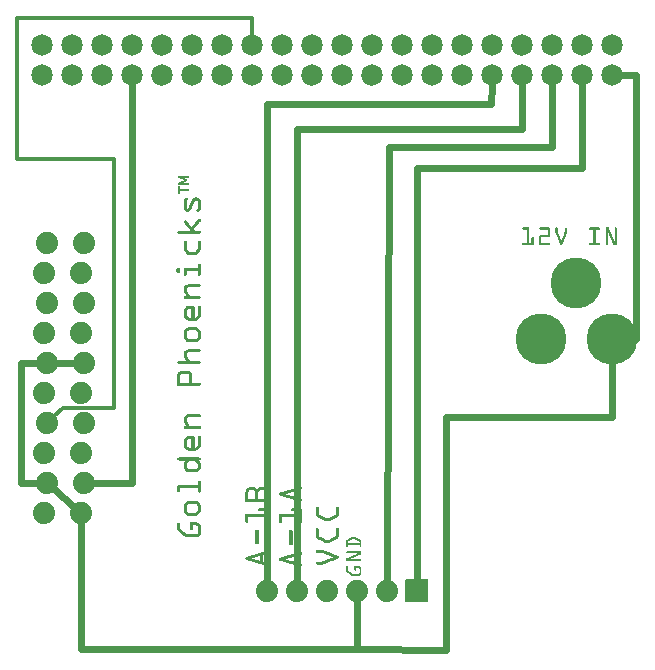
<source format=gtl>
G04 MADE WITH FRITZING*
G04 WWW.FRITZING.ORG*
G04 DOUBLE SIDED*
G04 HOLES PLATED*
G04 CONTOUR ON CENTER OF CONTOUR VECTOR*
%ASAXBY*%
%FSLAX23Y23*%
%MOIN*%
%OFA0B0*%
%SFA1.0B1.0*%
%ADD10C,0.170000*%
%ADD11C,0.074000*%
%ADD12C,0.071889*%
%ADD13C,0.071917*%
%ADD14C,0.024000*%
%ADD15C,0.012000*%
%ADD16R,0.001000X0.001000*%
%LNCOPPER1*%
G90*
G70*
G54D10*
X1797Y1087D03*
X2034Y1087D03*
X1915Y1272D03*
X1797Y1087D03*
X2034Y1087D03*
X1915Y1272D03*
G54D11*
X1384Y247D03*
X1284Y247D03*
X1184Y247D03*
X1084Y247D03*
X984Y247D03*
X884Y247D03*
X1384Y247D03*
X1284Y247D03*
X1184Y247D03*
X1084Y247D03*
X984Y247D03*
X884Y247D03*
G54D12*
X134Y1967D03*
X234Y1967D03*
X334Y1967D03*
X434Y1967D03*
G54D13*
X534Y1967D03*
G54D12*
X634Y1967D03*
X734Y1967D03*
X834Y1967D03*
X934Y1967D03*
G54D13*
X1034Y1967D03*
G54D12*
X1134Y1967D03*
G54D13*
X1234Y1967D03*
G54D12*
X1334Y1967D03*
X1434Y1967D03*
X1534Y1967D03*
X1634Y1967D03*
G54D13*
X1734Y1967D03*
G54D12*
X1834Y1967D03*
X1934Y1967D03*
X2034Y1967D03*
X2034Y2067D03*
X1934Y2067D03*
X1834Y2067D03*
G54D13*
X1734Y2067D03*
G54D12*
X1634Y2067D03*
X1534Y2067D03*
X1434Y2067D03*
X1334Y2067D03*
G54D13*
X1234Y2067D03*
G54D12*
X1134Y2067D03*
G54D13*
X1034Y2067D03*
G54D12*
X934Y2067D03*
X834Y2067D03*
X734Y2067D03*
X634Y2067D03*
G54D13*
X534Y2067D03*
G54D12*
X434Y2067D03*
X334Y2067D03*
X234Y2067D03*
X134Y2067D03*
G54D11*
X264Y507D03*
X142Y507D03*
X274Y607D03*
X152Y607D03*
X264Y707D03*
X142Y707D03*
X274Y807D03*
X152Y807D03*
X264Y907D03*
X142Y907D03*
X274Y1007D03*
X152Y1007D03*
X264Y1107D03*
X142Y1107D03*
X274Y1207D03*
X152Y1207D03*
X264Y1307D03*
X142Y1307D03*
X274Y1407D03*
X152Y1407D03*
X264Y507D03*
X142Y507D03*
X274Y607D03*
X152Y607D03*
X264Y707D03*
X142Y707D03*
X274Y807D03*
X152Y807D03*
X264Y907D03*
X142Y907D03*
X274Y1007D03*
X152Y1007D03*
X264Y1107D03*
X142Y1107D03*
X274Y1207D03*
X152Y1207D03*
X264Y1307D03*
X142Y1307D03*
X274Y1407D03*
X152Y1407D03*
G54D14*
X2113Y1967D02*
X2113Y1087D01*
D02*
X2113Y1087D02*
X2104Y1087D01*
D02*
X2067Y1967D02*
X2113Y1967D01*
D02*
X2034Y827D02*
X1482Y827D01*
D02*
X1482Y827D02*
X1482Y48D01*
D02*
X1482Y48D02*
X1184Y53D01*
D02*
X1184Y53D02*
X1184Y216D01*
D02*
X2034Y1017D02*
X2034Y827D01*
D02*
X1184Y53D02*
X264Y53D01*
D02*
X264Y53D02*
X264Y476D01*
D02*
X63Y736D02*
X63Y606D01*
D02*
X63Y1007D02*
X63Y736D01*
D02*
X63Y606D02*
X120Y606D01*
D02*
X120Y1007D02*
X63Y1007D01*
D02*
X240Y527D02*
X175Y586D01*
D02*
X242Y1007D02*
X183Y1007D01*
D02*
X1934Y1655D02*
X1384Y1655D01*
D02*
X1384Y1655D02*
X1384Y278D01*
D02*
X1934Y1934D02*
X1934Y1655D01*
D02*
X1834Y1726D02*
X1292Y1726D01*
D02*
X1292Y1726D02*
X1284Y278D01*
D02*
X1834Y1934D02*
X1834Y1726D01*
D02*
X1734Y1786D02*
X984Y1786D01*
D02*
X984Y1786D02*
X984Y278D01*
D02*
X1734Y1934D02*
X1734Y1786D01*
D02*
X1632Y1868D02*
X884Y1868D01*
D02*
X1633Y1934D02*
X1632Y1868D01*
D02*
X884Y1868D02*
X884Y278D01*
D02*
X434Y607D02*
X305Y607D01*
D02*
X434Y1934D02*
X434Y607D01*
G54D15*
D02*
X833Y2156D02*
X52Y2156D01*
D02*
X373Y1685D02*
X373Y856D01*
D02*
X52Y2156D02*
X52Y1685D01*
D02*
X373Y856D02*
X205Y856D01*
D02*
X205Y856D02*
X174Y828D01*
D02*
X833Y2100D02*
X833Y2156D01*
D02*
X52Y1685D02*
X373Y1685D01*
G54D16*
X588Y1629D02*
X625Y1629D01*
X588Y1628D02*
X625Y1628D01*
X588Y1627D02*
X625Y1627D01*
X588Y1626D02*
X625Y1626D01*
X588Y1625D02*
X625Y1625D01*
X588Y1624D02*
X625Y1624D01*
X590Y1623D02*
X604Y1623D01*
X593Y1622D02*
X606Y1622D01*
X595Y1621D02*
X609Y1621D01*
X598Y1620D02*
X612Y1620D01*
X601Y1619D02*
X615Y1619D01*
X603Y1618D02*
X617Y1618D01*
X606Y1617D02*
X618Y1617D01*
X609Y1616D02*
X618Y1616D01*
X610Y1615D02*
X618Y1615D01*
X607Y1614D02*
X618Y1614D01*
X604Y1613D02*
X618Y1613D01*
X602Y1612D02*
X617Y1612D01*
X599Y1611D02*
X615Y1611D01*
X596Y1610D02*
X612Y1610D01*
X593Y1609D02*
X609Y1609D01*
X591Y1608D02*
X607Y1608D01*
X588Y1607D02*
X604Y1607D01*
X588Y1606D02*
X624Y1606D01*
X588Y1605D02*
X625Y1605D01*
X588Y1604D02*
X625Y1604D01*
X588Y1603D02*
X625Y1603D01*
X588Y1602D02*
X625Y1602D01*
X588Y1601D02*
X625Y1601D01*
X588Y1597D02*
X592Y1597D01*
X588Y1596D02*
X592Y1596D01*
X588Y1595D02*
X592Y1595D01*
X588Y1594D02*
X592Y1594D01*
X588Y1593D02*
X592Y1593D01*
X588Y1592D02*
X592Y1592D01*
X588Y1591D02*
X592Y1591D01*
X588Y1590D02*
X592Y1590D01*
X588Y1589D02*
X592Y1589D01*
X588Y1588D02*
X592Y1588D01*
X588Y1587D02*
X593Y1587D01*
X588Y1586D02*
X625Y1586D01*
X588Y1585D02*
X625Y1585D01*
X588Y1584D02*
X625Y1584D01*
X588Y1583D02*
X625Y1583D01*
X588Y1582D02*
X625Y1582D01*
X588Y1581D02*
X625Y1581D01*
X588Y1580D02*
X592Y1580D01*
X588Y1579D02*
X592Y1579D01*
X588Y1578D02*
X592Y1578D01*
X588Y1577D02*
X592Y1577D01*
X588Y1576D02*
X592Y1576D01*
X588Y1575D02*
X592Y1575D01*
X588Y1574D02*
X592Y1574D01*
X588Y1573D02*
X592Y1573D01*
X588Y1572D02*
X592Y1572D01*
X588Y1571D02*
X592Y1571D01*
X588Y1570D02*
X592Y1570D01*
X645Y1558D02*
X651Y1558D01*
X614Y1557D02*
X617Y1557D01*
X642Y1557D02*
X654Y1557D01*
X613Y1556D02*
X619Y1556D01*
X640Y1556D02*
X656Y1556D01*
X612Y1555D02*
X619Y1555D01*
X639Y1555D02*
X657Y1555D01*
X611Y1554D02*
X620Y1554D01*
X638Y1554D02*
X658Y1554D01*
X610Y1553D02*
X620Y1553D01*
X637Y1553D02*
X659Y1553D01*
X609Y1552D02*
X620Y1552D01*
X636Y1552D02*
X660Y1552D01*
X609Y1551D02*
X620Y1551D01*
X635Y1551D02*
X660Y1551D01*
X608Y1550D02*
X619Y1550D01*
X635Y1550D02*
X661Y1550D01*
X608Y1549D02*
X619Y1549D01*
X634Y1549D02*
X662Y1549D01*
X607Y1548D02*
X618Y1548D01*
X634Y1548D02*
X646Y1548D01*
X649Y1548D02*
X662Y1548D01*
X607Y1547D02*
X617Y1547D01*
X633Y1547D02*
X644Y1547D01*
X652Y1547D02*
X662Y1547D01*
X607Y1546D02*
X617Y1546D01*
X633Y1546D02*
X643Y1546D01*
X653Y1546D02*
X662Y1546D01*
X607Y1545D02*
X616Y1545D01*
X632Y1545D02*
X642Y1545D01*
X653Y1545D02*
X663Y1545D01*
X607Y1544D02*
X616Y1544D01*
X632Y1544D02*
X642Y1544D01*
X654Y1544D02*
X663Y1544D01*
X607Y1543D02*
X616Y1543D01*
X632Y1543D02*
X642Y1543D01*
X654Y1543D02*
X663Y1543D01*
X607Y1542D02*
X616Y1542D01*
X631Y1542D02*
X641Y1542D01*
X654Y1542D02*
X663Y1542D01*
X607Y1541D02*
X616Y1541D01*
X631Y1541D02*
X641Y1541D01*
X654Y1541D02*
X663Y1541D01*
X607Y1540D02*
X616Y1540D01*
X630Y1540D02*
X640Y1540D01*
X654Y1540D02*
X663Y1540D01*
X607Y1539D02*
X616Y1539D01*
X630Y1539D02*
X640Y1539D01*
X654Y1539D02*
X663Y1539D01*
X607Y1538D02*
X616Y1538D01*
X629Y1538D02*
X639Y1538D01*
X654Y1538D02*
X663Y1538D01*
X607Y1537D02*
X616Y1537D01*
X629Y1537D02*
X639Y1537D01*
X654Y1537D02*
X663Y1537D01*
X607Y1536D02*
X616Y1536D01*
X629Y1536D02*
X639Y1536D01*
X654Y1536D02*
X663Y1536D01*
X607Y1535D02*
X616Y1535D01*
X628Y1535D02*
X638Y1535D01*
X654Y1535D02*
X663Y1535D01*
X607Y1534D02*
X616Y1534D01*
X628Y1534D02*
X638Y1534D01*
X654Y1534D02*
X663Y1534D01*
X607Y1533D02*
X616Y1533D01*
X627Y1533D02*
X637Y1533D01*
X654Y1533D02*
X663Y1533D01*
X607Y1532D02*
X616Y1532D01*
X627Y1532D02*
X637Y1532D01*
X654Y1532D02*
X663Y1532D01*
X607Y1531D02*
X616Y1531D01*
X626Y1531D02*
X636Y1531D01*
X654Y1531D02*
X663Y1531D01*
X607Y1530D02*
X616Y1530D01*
X626Y1530D02*
X636Y1530D01*
X654Y1530D02*
X663Y1530D01*
X607Y1529D02*
X616Y1529D01*
X626Y1529D02*
X635Y1529D01*
X654Y1529D02*
X663Y1529D01*
X607Y1528D02*
X616Y1528D01*
X625Y1528D02*
X635Y1528D01*
X654Y1528D02*
X663Y1528D01*
X607Y1527D02*
X616Y1527D01*
X625Y1527D02*
X635Y1527D01*
X654Y1527D02*
X663Y1527D01*
X607Y1526D02*
X616Y1526D01*
X624Y1526D02*
X634Y1526D01*
X654Y1526D02*
X663Y1526D01*
X607Y1525D02*
X616Y1525D01*
X624Y1525D02*
X634Y1525D01*
X654Y1525D02*
X663Y1525D01*
X607Y1524D02*
X616Y1524D01*
X623Y1524D02*
X633Y1524D01*
X654Y1524D02*
X663Y1524D01*
X607Y1523D02*
X616Y1523D01*
X623Y1523D02*
X633Y1523D01*
X654Y1523D02*
X663Y1523D01*
X607Y1522D02*
X616Y1522D01*
X623Y1522D02*
X632Y1522D01*
X653Y1522D02*
X663Y1522D01*
X607Y1521D02*
X617Y1521D01*
X622Y1521D02*
X632Y1521D01*
X653Y1521D02*
X662Y1521D01*
X607Y1520D02*
X632Y1520D01*
X653Y1520D02*
X662Y1520D01*
X608Y1519D02*
X631Y1519D01*
X652Y1519D02*
X662Y1519D01*
X608Y1518D02*
X631Y1518D01*
X651Y1518D02*
X662Y1518D01*
X608Y1517D02*
X630Y1517D01*
X651Y1517D02*
X661Y1517D01*
X609Y1516D02*
X630Y1516D01*
X650Y1516D02*
X661Y1516D01*
X610Y1515D02*
X629Y1515D01*
X650Y1515D02*
X660Y1515D01*
X610Y1514D02*
X628Y1514D01*
X649Y1514D02*
X660Y1514D01*
X611Y1513D02*
X627Y1513D01*
X650Y1513D02*
X659Y1513D01*
X613Y1512D02*
X626Y1512D01*
X650Y1512D02*
X658Y1512D01*
X614Y1511D02*
X624Y1511D01*
X650Y1511D02*
X658Y1511D01*
X619Y1510D02*
X619Y1510D01*
X651Y1510D02*
X657Y1510D01*
X653Y1509D02*
X655Y1509D01*
X657Y1486D02*
X659Y1486D01*
X655Y1485D02*
X661Y1485D01*
X654Y1484D02*
X662Y1484D01*
X654Y1483D02*
X662Y1483D01*
X653Y1482D02*
X663Y1482D01*
X611Y1481D02*
X613Y1481D01*
X652Y1481D02*
X663Y1481D01*
X609Y1480D02*
X614Y1480D01*
X651Y1480D02*
X663Y1480D01*
X608Y1479D02*
X615Y1479D01*
X650Y1479D02*
X662Y1479D01*
X607Y1478D02*
X616Y1478D01*
X649Y1478D02*
X662Y1478D01*
X607Y1477D02*
X617Y1477D01*
X648Y1477D02*
X661Y1477D01*
X607Y1476D02*
X618Y1476D01*
X648Y1476D02*
X660Y1476D01*
X607Y1475D02*
X619Y1475D01*
X647Y1475D02*
X659Y1475D01*
X608Y1474D02*
X620Y1474D01*
X646Y1474D02*
X658Y1474D01*
X608Y1473D02*
X620Y1473D01*
X645Y1473D02*
X657Y1473D01*
X609Y1472D02*
X621Y1472D01*
X644Y1472D02*
X657Y1472D01*
X610Y1471D02*
X622Y1471D01*
X643Y1471D02*
X656Y1471D01*
X611Y1470D02*
X623Y1470D01*
X642Y1470D02*
X655Y1470D01*
X612Y1469D02*
X624Y1469D01*
X642Y1469D02*
X654Y1469D01*
X612Y1468D02*
X625Y1468D01*
X641Y1468D02*
X653Y1468D01*
X613Y1467D02*
X626Y1467D01*
X640Y1467D02*
X652Y1467D01*
X614Y1466D02*
X626Y1466D01*
X639Y1466D02*
X651Y1466D01*
X615Y1465D02*
X627Y1465D01*
X638Y1465D02*
X651Y1465D01*
X616Y1464D02*
X628Y1464D01*
X637Y1464D02*
X650Y1464D01*
X617Y1463D02*
X629Y1463D01*
X637Y1463D02*
X649Y1463D01*
X617Y1462D02*
X630Y1462D01*
X636Y1462D02*
X648Y1462D01*
X618Y1461D02*
X631Y1461D01*
X635Y1461D02*
X647Y1461D01*
X619Y1460D02*
X632Y1460D01*
X634Y1460D02*
X646Y1460D01*
X620Y1459D02*
X645Y1459D01*
X621Y1458D02*
X645Y1458D01*
X1739Y1458D02*
X1757Y1458D01*
X1794Y1458D02*
X1822Y1458D01*
X1849Y1458D02*
X1850Y1458D01*
X1880Y1458D02*
X1881Y1458D01*
X1960Y1458D02*
X1991Y1458D01*
X2013Y1458D02*
X2022Y1458D01*
X2046Y1458D02*
X2047Y1458D01*
X622Y1457D02*
X644Y1457D01*
X1737Y1457D02*
X1758Y1457D01*
X1792Y1457D02*
X1824Y1457D01*
X1848Y1457D02*
X1852Y1457D01*
X1878Y1457D02*
X1882Y1457D01*
X1958Y1457D02*
X1993Y1457D01*
X2013Y1457D02*
X2022Y1457D01*
X2044Y1457D02*
X2049Y1457D01*
X623Y1456D02*
X643Y1456D01*
X1736Y1456D02*
X1758Y1456D01*
X1792Y1456D02*
X1826Y1456D01*
X1847Y1456D02*
X1853Y1456D01*
X1877Y1456D02*
X1883Y1456D01*
X1958Y1456D02*
X1994Y1456D01*
X2013Y1456D02*
X2023Y1456D01*
X2043Y1456D02*
X2049Y1456D01*
X623Y1455D02*
X642Y1455D01*
X1736Y1455D02*
X1758Y1455D01*
X1791Y1455D02*
X1827Y1455D01*
X1847Y1455D02*
X1853Y1455D01*
X1877Y1455D02*
X1883Y1455D01*
X1957Y1455D02*
X1994Y1455D01*
X2013Y1455D02*
X2023Y1455D01*
X2043Y1455D02*
X2050Y1455D01*
X624Y1454D02*
X641Y1454D01*
X1736Y1454D02*
X1758Y1454D01*
X1791Y1454D02*
X1827Y1454D01*
X1846Y1454D02*
X1853Y1454D01*
X1877Y1454D02*
X1884Y1454D01*
X1957Y1454D02*
X1994Y1454D01*
X2013Y1454D02*
X2024Y1454D01*
X2043Y1454D02*
X2050Y1454D01*
X625Y1453D02*
X640Y1453D01*
X1736Y1453D02*
X1758Y1453D01*
X1791Y1453D02*
X1828Y1453D01*
X1846Y1453D02*
X1853Y1453D01*
X1877Y1453D02*
X1884Y1453D01*
X1957Y1453D02*
X1994Y1453D01*
X2013Y1453D02*
X2024Y1453D01*
X2043Y1453D02*
X2050Y1453D01*
X626Y1452D02*
X639Y1452D01*
X1737Y1452D02*
X1758Y1452D01*
X1792Y1452D02*
X1828Y1452D01*
X1846Y1452D02*
X1853Y1452D01*
X1877Y1452D02*
X1884Y1452D01*
X1958Y1452D02*
X1993Y1452D01*
X2013Y1452D02*
X2024Y1452D01*
X2043Y1452D02*
X2050Y1452D01*
X627Y1451D02*
X639Y1451D01*
X1738Y1451D02*
X1758Y1451D01*
X1793Y1451D02*
X1828Y1451D01*
X1846Y1451D02*
X1853Y1451D01*
X1877Y1451D02*
X1884Y1451D01*
X1959Y1451D02*
X1992Y1451D01*
X2013Y1451D02*
X2025Y1451D01*
X2043Y1451D02*
X2050Y1451D01*
X628Y1450D02*
X640Y1450D01*
X1751Y1450D02*
X1758Y1450D01*
X1821Y1450D02*
X1828Y1450D01*
X1846Y1450D02*
X1853Y1450D01*
X1877Y1450D02*
X1884Y1450D01*
X1972Y1450D02*
X1979Y1450D01*
X2013Y1450D02*
X2025Y1450D01*
X2043Y1450D02*
X2050Y1450D01*
X629Y1449D02*
X641Y1449D01*
X1751Y1449D02*
X1758Y1449D01*
X1821Y1449D02*
X1828Y1449D01*
X1846Y1449D02*
X1853Y1449D01*
X1877Y1449D02*
X1884Y1449D01*
X1972Y1449D02*
X1979Y1449D01*
X2013Y1449D02*
X2026Y1449D01*
X2043Y1449D02*
X2050Y1449D01*
X629Y1448D02*
X642Y1448D01*
X1751Y1448D02*
X1758Y1448D01*
X1821Y1448D02*
X1828Y1448D01*
X1846Y1448D02*
X1853Y1448D01*
X1877Y1448D02*
X1884Y1448D01*
X1972Y1448D02*
X1979Y1448D01*
X2013Y1448D02*
X2026Y1448D01*
X2043Y1448D02*
X2050Y1448D01*
X630Y1447D02*
X643Y1447D01*
X1751Y1447D02*
X1758Y1447D01*
X1821Y1447D02*
X1828Y1447D01*
X1846Y1447D02*
X1853Y1447D01*
X1877Y1447D02*
X1884Y1447D01*
X1972Y1447D02*
X1979Y1447D01*
X2013Y1447D02*
X2027Y1447D01*
X2043Y1447D02*
X2050Y1447D01*
X589Y1446D02*
X660Y1446D01*
X1751Y1446D02*
X1758Y1446D01*
X1821Y1446D02*
X1828Y1446D01*
X1846Y1446D02*
X1853Y1446D01*
X1877Y1446D02*
X1884Y1446D01*
X1972Y1446D02*
X1979Y1446D01*
X2013Y1446D02*
X2027Y1446D01*
X2043Y1446D02*
X2050Y1446D01*
X587Y1445D02*
X661Y1445D01*
X1751Y1445D02*
X1758Y1445D01*
X1821Y1445D02*
X1828Y1445D01*
X1846Y1445D02*
X1853Y1445D01*
X1877Y1445D02*
X1884Y1445D01*
X1972Y1445D02*
X1979Y1445D01*
X2013Y1445D02*
X2028Y1445D01*
X2043Y1445D02*
X2050Y1445D01*
X587Y1444D02*
X662Y1444D01*
X1751Y1444D02*
X1758Y1444D01*
X1821Y1444D02*
X1828Y1444D01*
X1846Y1444D02*
X1853Y1444D01*
X1877Y1444D02*
X1884Y1444D01*
X1972Y1444D02*
X1979Y1444D01*
X2013Y1444D02*
X2028Y1444D01*
X2043Y1444D02*
X2050Y1444D01*
X586Y1443D02*
X662Y1443D01*
X1751Y1443D02*
X1758Y1443D01*
X1821Y1443D02*
X1828Y1443D01*
X1846Y1443D02*
X1853Y1443D01*
X1877Y1443D02*
X1884Y1443D01*
X1972Y1443D02*
X1979Y1443D01*
X2013Y1443D02*
X2019Y1443D01*
X2021Y1443D02*
X2028Y1443D01*
X2043Y1443D02*
X2050Y1443D01*
X586Y1442D02*
X663Y1442D01*
X1751Y1442D02*
X1758Y1442D01*
X1821Y1442D02*
X1828Y1442D01*
X1846Y1442D02*
X1853Y1442D01*
X1877Y1442D02*
X1884Y1442D01*
X1972Y1442D02*
X1979Y1442D01*
X2013Y1442D02*
X2019Y1442D01*
X2021Y1442D02*
X2029Y1442D01*
X2043Y1442D02*
X2050Y1442D01*
X586Y1441D02*
X663Y1441D01*
X1751Y1441D02*
X1758Y1441D01*
X1821Y1441D02*
X1828Y1441D01*
X1846Y1441D02*
X1854Y1441D01*
X1876Y1441D02*
X1884Y1441D01*
X1972Y1441D02*
X1979Y1441D01*
X2013Y1441D02*
X2019Y1441D01*
X2022Y1441D02*
X2029Y1441D01*
X2043Y1441D02*
X2050Y1441D01*
X586Y1440D02*
X662Y1440D01*
X1751Y1440D02*
X1758Y1440D01*
X1821Y1440D02*
X1828Y1440D01*
X1847Y1440D02*
X1854Y1440D01*
X1876Y1440D02*
X1883Y1440D01*
X1972Y1440D02*
X1979Y1440D01*
X2013Y1440D02*
X2019Y1440D01*
X2022Y1440D02*
X2030Y1440D01*
X2043Y1440D02*
X2050Y1440D01*
X586Y1439D02*
X662Y1439D01*
X1751Y1439D02*
X1758Y1439D01*
X1821Y1439D02*
X1828Y1439D01*
X1847Y1439D02*
X1854Y1439D01*
X1876Y1439D02*
X1883Y1439D01*
X1972Y1439D02*
X1979Y1439D01*
X2013Y1439D02*
X2019Y1439D01*
X2023Y1439D02*
X2030Y1439D01*
X2043Y1439D02*
X2050Y1439D01*
X587Y1438D02*
X661Y1438D01*
X1751Y1438D02*
X1758Y1438D01*
X1821Y1438D02*
X1828Y1438D01*
X1847Y1438D02*
X1855Y1438D01*
X1875Y1438D02*
X1883Y1438D01*
X1972Y1438D02*
X1979Y1438D01*
X2013Y1438D02*
X2019Y1438D01*
X2023Y1438D02*
X2031Y1438D01*
X2043Y1438D02*
X2050Y1438D01*
X589Y1437D02*
X660Y1437D01*
X1751Y1437D02*
X1758Y1437D01*
X1821Y1437D02*
X1828Y1437D01*
X1848Y1437D02*
X1855Y1437D01*
X1875Y1437D02*
X1882Y1437D01*
X1972Y1437D02*
X1979Y1437D01*
X2013Y1437D02*
X2019Y1437D01*
X2024Y1437D02*
X2031Y1437D01*
X2043Y1437D02*
X2050Y1437D01*
X1751Y1436D02*
X1758Y1436D01*
X1821Y1436D02*
X1828Y1436D01*
X1848Y1436D02*
X1856Y1436D01*
X1875Y1436D02*
X1882Y1436D01*
X1972Y1436D02*
X1979Y1436D01*
X2013Y1436D02*
X2019Y1436D01*
X2024Y1436D02*
X2031Y1436D01*
X2043Y1436D02*
X2050Y1436D01*
X1751Y1435D02*
X1758Y1435D01*
X1821Y1435D02*
X1828Y1435D01*
X1849Y1435D02*
X1856Y1435D01*
X1874Y1435D02*
X1881Y1435D01*
X1972Y1435D02*
X1979Y1435D01*
X2013Y1435D02*
X2019Y1435D01*
X2024Y1435D02*
X2032Y1435D01*
X2043Y1435D02*
X2050Y1435D01*
X1751Y1434D02*
X1758Y1434D01*
X1821Y1434D02*
X1828Y1434D01*
X1849Y1434D02*
X1856Y1434D01*
X1874Y1434D02*
X1881Y1434D01*
X1972Y1434D02*
X1979Y1434D01*
X2013Y1434D02*
X2019Y1434D01*
X2025Y1434D02*
X2032Y1434D01*
X2043Y1434D02*
X2050Y1434D01*
X1751Y1433D02*
X1758Y1433D01*
X1821Y1433D02*
X1828Y1433D01*
X1849Y1433D02*
X1857Y1433D01*
X1873Y1433D02*
X1881Y1433D01*
X1972Y1433D02*
X1979Y1433D01*
X2013Y1433D02*
X2019Y1433D01*
X2025Y1433D02*
X2033Y1433D01*
X2043Y1433D02*
X2050Y1433D01*
X1751Y1432D02*
X1758Y1432D01*
X1797Y1432D02*
X1828Y1432D01*
X1850Y1432D02*
X1857Y1432D01*
X1873Y1432D02*
X1880Y1432D01*
X1972Y1432D02*
X1979Y1432D01*
X2013Y1432D02*
X2019Y1432D01*
X2026Y1432D02*
X2033Y1432D01*
X2043Y1432D02*
X2050Y1432D01*
X1751Y1431D02*
X1758Y1431D01*
X1795Y1431D02*
X1828Y1431D01*
X1850Y1431D02*
X1857Y1431D01*
X1873Y1431D02*
X1880Y1431D01*
X1972Y1431D02*
X1979Y1431D01*
X2013Y1431D02*
X2019Y1431D01*
X2026Y1431D02*
X2034Y1431D01*
X2043Y1431D02*
X2050Y1431D01*
X1751Y1430D02*
X1758Y1430D01*
X1794Y1430D02*
X1828Y1430D01*
X1851Y1430D02*
X1858Y1430D01*
X1872Y1430D02*
X1879Y1430D01*
X1972Y1430D02*
X1979Y1430D01*
X2013Y1430D02*
X2019Y1430D01*
X2027Y1430D02*
X2034Y1430D01*
X2043Y1430D02*
X2050Y1430D01*
X1751Y1429D02*
X1758Y1429D01*
X1793Y1429D02*
X1827Y1429D01*
X1851Y1429D02*
X1858Y1429D01*
X1872Y1429D02*
X1879Y1429D01*
X1972Y1429D02*
X1979Y1429D01*
X2013Y1429D02*
X2019Y1429D01*
X2027Y1429D02*
X2035Y1429D01*
X2043Y1429D02*
X2050Y1429D01*
X1751Y1428D02*
X1758Y1428D01*
X1792Y1428D02*
X1827Y1428D01*
X1851Y1428D02*
X1859Y1428D01*
X1871Y1428D02*
X1879Y1428D01*
X1972Y1428D02*
X1979Y1428D01*
X2013Y1428D02*
X2019Y1428D01*
X2027Y1428D02*
X2035Y1428D01*
X2043Y1428D02*
X2050Y1428D01*
X1751Y1427D02*
X1758Y1427D01*
X1792Y1427D02*
X1826Y1427D01*
X1852Y1427D02*
X1859Y1427D01*
X1871Y1427D02*
X1878Y1427D01*
X1972Y1427D02*
X1979Y1427D01*
X2013Y1427D02*
X2019Y1427D01*
X2028Y1427D02*
X2035Y1427D01*
X2043Y1427D02*
X2050Y1427D01*
X1751Y1426D02*
X1758Y1426D01*
X1791Y1426D02*
X1825Y1426D01*
X1852Y1426D02*
X1859Y1426D01*
X1871Y1426D02*
X1878Y1426D01*
X1972Y1426D02*
X1979Y1426D01*
X2013Y1426D02*
X2019Y1426D01*
X2028Y1426D02*
X2036Y1426D01*
X2043Y1426D02*
X2050Y1426D01*
X1751Y1425D02*
X1758Y1425D01*
X1768Y1425D02*
X1771Y1425D01*
X1791Y1425D02*
X1823Y1425D01*
X1852Y1425D02*
X1860Y1425D01*
X1870Y1425D02*
X1878Y1425D01*
X1972Y1425D02*
X1979Y1425D01*
X2013Y1425D02*
X2019Y1425D01*
X2029Y1425D02*
X2036Y1425D01*
X2043Y1425D02*
X2050Y1425D01*
X1751Y1424D02*
X1758Y1424D01*
X1767Y1424D02*
X1772Y1424D01*
X1791Y1424D02*
X1798Y1424D01*
X1853Y1424D02*
X1860Y1424D01*
X1870Y1424D02*
X1877Y1424D01*
X1972Y1424D02*
X1979Y1424D01*
X2013Y1424D02*
X2019Y1424D01*
X2029Y1424D02*
X2037Y1424D01*
X2043Y1424D02*
X2050Y1424D01*
X1751Y1423D02*
X1758Y1423D01*
X1766Y1423D02*
X1773Y1423D01*
X1791Y1423D02*
X1798Y1423D01*
X1853Y1423D02*
X1861Y1423D01*
X1869Y1423D02*
X1877Y1423D01*
X1972Y1423D02*
X1979Y1423D01*
X2013Y1423D02*
X2019Y1423D01*
X2030Y1423D02*
X2037Y1423D01*
X2043Y1423D02*
X2050Y1423D01*
X1751Y1422D02*
X1758Y1422D01*
X1766Y1422D02*
X1773Y1422D01*
X1791Y1422D02*
X1798Y1422D01*
X1854Y1422D02*
X1861Y1422D01*
X1869Y1422D02*
X1876Y1422D01*
X1972Y1422D02*
X1979Y1422D01*
X2013Y1422D02*
X2019Y1422D01*
X2030Y1422D02*
X2038Y1422D01*
X2043Y1422D02*
X2050Y1422D01*
X1751Y1421D02*
X1758Y1421D01*
X1766Y1421D02*
X1773Y1421D01*
X1791Y1421D02*
X1798Y1421D01*
X1854Y1421D02*
X1861Y1421D01*
X1869Y1421D02*
X1876Y1421D01*
X1972Y1421D02*
X1979Y1421D01*
X2013Y1421D02*
X2019Y1421D01*
X2031Y1421D02*
X2038Y1421D01*
X2043Y1421D02*
X2050Y1421D01*
X1751Y1420D02*
X1758Y1420D01*
X1766Y1420D02*
X1773Y1420D01*
X1791Y1420D02*
X1798Y1420D01*
X1854Y1420D02*
X1862Y1420D01*
X1868Y1420D02*
X1876Y1420D01*
X1972Y1420D02*
X1979Y1420D01*
X2013Y1420D02*
X2019Y1420D01*
X2031Y1420D02*
X2038Y1420D01*
X2043Y1420D02*
X2050Y1420D01*
X1751Y1419D02*
X1758Y1419D01*
X1766Y1419D02*
X1773Y1419D01*
X1791Y1419D02*
X1798Y1419D01*
X1855Y1419D02*
X1862Y1419D01*
X1868Y1419D02*
X1875Y1419D01*
X1972Y1419D02*
X1979Y1419D01*
X2013Y1419D02*
X2019Y1419D01*
X2031Y1419D02*
X2039Y1419D01*
X2043Y1419D02*
X2050Y1419D01*
X1751Y1418D02*
X1758Y1418D01*
X1766Y1418D02*
X1773Y1418D01*
X1791Y1418D02*
X1798Y1418D01*
X1855Y1418D02*
X1863Y1418D01*
X1867Y1418D02*
X1875Y1418D01*
X1972Y1418D02*
X1979Y1418D01*
X2013Y1418D02*
X2019Y1418D01*
X2032Y1418D02*
X2039Y1418D01*
X2043Y1418D02*
X2050Y1418D01*
X1751Y1417D02*
X1758Y1417D01*
X1766Y1417D02*
X1773Y1417D01*
X1791Y1417D02*
X1798Y1417D01*
X1856Y1417D02*
X1863Y1417D01*
X1867Y1417D02*
X1874Y1417D01*
X1972Y1417D02*
X1979Y1417D01*
X2013Y1417D02*
X2019Y1417D01*
X2032Y1417D02*
X2040Y1417D01*
X2043Y1417D02*
X2050Y1417D01*
X1751Y1416D02*
X1758Y1416D01*
X1766Y1416D02*
X1773Y1416D01*
X1791Y1416D02*
X1798Y1416D01*
X1856Y1416D02*
X1863Y1416D01*
X1867Y1416D02*
X1874Y1416D01*
X1972Y1416D02*
X1979Y1416D01*
X2013Y1416D02*
X2019Y1416D01*
X2033Y1416D02*
X2040Y1416D01*
X2043Y1416D02*
X2050Y1416D01*
X1751Y1415D02*
X1758Y1415D01*
X1766Y1415D02*
X1773Y1415D01*
X1791Y1415D02*
X1798Y1415D01*
X1856Y1415D02*
X1864Y1415D01*
X1866Y1415D02*
X1874Y1415D01*
X1972Y1415D02*
X1979Y1415D01*
X2013Y1415D02*
X2019Y1415D01*
X2033Y1415D02*
X2041Y1415D01*
X2043Y1415D02*
X2050Y1415D01*
X1751Y1414D02*
X1758Y1414D01*
X1766Y1414D02*
X1773Y1414D01*
X1791Y1414D02*
X1798Y1414D01*
X1857Y1414D02*
X1864Y1414D01*
X1866Y1414D02*
X1873Y1414D01*
X1972Y1414D02*
X1979Y1414D01*
X2013Y1414D02*
X2019Y1414D01*
X2034Y1414D02*
X2041Y1414D01*
X2043Y1414D02*
X2050Y1414D01*
X609Y1413D02*
X614Y1413D01*
X656Y1413D02*
X660Y1413D01*
X1751Y1413D02*
X1758Y1413D01*
X1766Y1413D02*
X1773Y1413D01*
X1791Y1413D02*
X1798Y1413D01*
X1857Y1413D02*
X1873Y1413D01*
X1972Y1413D02*
X1979Y1413D01*
X2013Y1413D02*
X2019Y1413D01*
X2034Y1413D02*
X2050Y1413D01*
X608Y1412D02*
X615Y1412D01*
X655Y1412D02*
X662Y1412D01*
X1751Y1412D02*
X1758Y1412D01*
X1766Y1412D02*
X1773Y1412D01*
X1791Y1412D02*
X1798Y1412D01*
X1858Y1412D02*
X1872Y1412D01*
X1972Y1412D02*
X1979Y1412D01*
X2013Y1412D02*
X2019Y1412D01*
X2035Y1412D02*
X2050Y1412D01*
X607Y1411D02*
X616Y1411D01*
X654Y1411D02*
X662Y1411D01*
X1751Y1411D02*
X1758Y1411D01*
X1766Y1411D02*
X1773Y1411D01*
X1791Y1411D02*
X1798Y1411D01*
X1858Y1411D02*
X1872Y1411D01*
X1972Y1411D02*
X1979Y1411D01*
X2013Y1411D02*
X2019Y1411D01*
X2035Y1411D02*
X2050Y1411D01*
X607Y1410D02*
X616Y1410D01*
X654Y1410D02*
X663Y1410D01*
X1751Y1410D02*
X1758Y1410D01*
X1766Y1410D02*
X1773Y1410D01*
X1791Y1410D02*
X1798Y1410D01*
X1858Y1410D02*
X1872Y1410D01*
X1972Y1410D02*
X1979Y1410D01*
X2013Y1410D02*
X2019Y1410D01*
X2035Y1410D02*
X2050Y1410D01*
X607Y1409D02*
X616Y1409D01*
X654Y1409D02*
X663Y1409D01*
X1751Y1409D02*
X1758Y1409D01*
X1766Y1409D02*
X1773Y1409D01*
X1791Y1409D02*
X1798Y1409D01*
X1859Y1409D02*
X1871Y1409D01*
X1972Y1409D02*
X1979Y1409D01*
X2013Y1409D02*
X2019Y1409D01*
X2036Y1409D02*
X2050Y1409D01*
X607Y1408D02*
X616Y1408D01*
X654Y1408D02*
X663Y1408D01*
X1751Y1408D02*
X1758Y1408D01*
X1766Y1408D02*
X1773Y1408D01*
X1791Y1408D02*
X1798Y1408D01*
X1859Y1408D02*
X1871Y1408D01*
X1972Y1408D02*
X1979Y1408D01*
X2013Y1408D02*
X2019Y1408D01*
X2036Y1408D02*
X2050Y1408D01*
X607Y1407D02*
X616Y1407D01*
X654Y1407D02*
X663Y1407D01*
X1751Y1407D02*
X1758Y1407D01*
X1766Y1407D02*
X1773Y1407D01*
X1791Y1407D02*
X1798Y1407D01*
X1859Y1407D02*
X1871Y1407D01*
X1972Y1407D02*
X1979Y1407D01*
X2013Y1407D02*
X2019Y1407D01*
X2037Y1407D02*
X2050Y1407D01*
X607Y1406D02*
X616Y1406D01*
X654Y1406D02*
X663Y1406D01*
X1739Y1406D02*
X1773Y1406D01*
X1791Y1406D02*
X1825Y1406D01*
X1860Y1406D02*
X1870Y1406D01*
X1960Y1406D02*
X1991Y1406D01*
X2013Y1406D02*
X2019Y1406D01*
X2037Y1406D02*
X2050Y1406D01*
X607Y1405D02*
X616Y1405D01*
X654Y1405D02*
X663Y1405D01*
X1737Y1405D02*
X1773Y1405D01*
X1791Y1405D02*
X1827Y1405D01*
X1860Y1405D02*
X1870Y1405D01*
X1958Y1405D02*
X1993Y1405D01*
X2013Y1405D02*
X2019Y1405D01*
X2038Y1405D02*
X2050Y1405D01*
X607Y1404D02*
X616Y1404D01*
X654Y1404D02*
X663Y1404D01*
X1736Y1404D02*
X1773Y1404D01*
X1791Y1404D02*
X1828Y1404D01*
X1861Y1404D02*
X1869Y1404D01*
X1958Y1404D02*
X1994Y1404D01*
X2013Y1404D02*
X2019Y1404D01*
X2038Y1404D02*
X2050Y1404D01*
X607Y1403D02*
X616Y1403D01*
X654Y1403D02*
X663Y1403D01*
X1736Y1403D02*
X1773Y1403D01*
X1791Y1403D02*
X1828Y1403D01*
X1861Y1403D02*
X1869Y1403D01*
X1957Y1403D02*
X1994Y1403D01*
X2013Y1403D02*
X2019Y1403D01*
X2038Y1403D02*
X2050Y1403D01*
X607Y1402D02*
X616Y1402D01*
X654Y1402D02*
X663Y1402D01*
X1736Y1402D02*
X1773Y1402D01*
X1791Y1402D02*
X1828Y1402D01*
X1861Y1402D02*
X1869Y1402D01*
X1957Y1402D02*
X1994Y1402D01*
X2013Y1402D02*
X2019Y1402D01*
X2039Y1402D02*
X2050Y1402D01*
X607Y1401D02*
X616Y1401D01*
X654Y1401D02*
X663Y1401D01*
X1736Y1401D02*
X1773Y1401D01*
X1791Y1401D02*
X1828Y1401D01*
X1862Y1401D02*
X1868Y1401D01*
X1957Y1401D02*
X1994Y1401D01*
X2013Y1401D02*
X2019Y1401D01*
X2039Y1401D02*
X2050Y1401D01*
X607Y1400D02*
X616Y1400D01*
X654Y1400D02*
X663Y1400D01*
X1737Y1400D02*
X1772Y1400D01*
X1791Y1400D02*
X1827Y1400D01*
X1862Y1400D02*
X1868Y1400D01*
X1958Y1400D02*
X1994Y1400D01*
X2013Y1400D02*
X2018Y1400D01*
X2040Y1400D02*
X2050Y1400D01*
X607Y1399D02*
X616Y1399D01*
X654Y1399D02*
X663Y1399D01*
X1738Y1399D02*
X1771Y1399D01*
X1791Y1399D02*
X1826Y1399D01*
X1863Y1399D02*
X1867Y1399D01*
X1959Y1399D02*
X1992Y1399D01*
X2014Y1399D02*
X2017Y1399D01*
X2040Y1399D02*
X2050Y1399D01*
X607Y1398D02*
X616Y1398D01*
X654Y1398D02*
X663Y1398D01*
X607Y1397D02*
X616Y1397D01*
X654Y1397D02*
X663Y1397D01*
X607Y1396D02*
X616Y1396D01*
X654Y1396D02*
X663Y1396D01*
X607Y1395D02*
X616Y1395D01*
X654Y1395D02*
X663Y1395D01*
X607Y1394D02*
X616Y1394D01*
X654Y1394D02*
X663Y1394D01*
X607Y1393D02*
X616Y1393D01*
X654Y1393D02*
X663Y1393D01*
X607Y1392D02*
X616Y1392D01*
X654Y1392D02*
X663Y1392D01*
X607Y1391D02*
X616Y1391D01*
X654Y1391D02*
X663Y1391D01*
X607Y1390D02*
X616Y1390D01*
X654Y1390D02*
X663Y1390D01*
X607Y1389D02*
X616Y1389D01*
X654Y1389D02*
X663Y1389D01*
X607Y1388D02*
X616Y1388D01*
X654Y1388D02*
X663Y1388D01*
X607Y1387D02*
X616Y1387D01*
X653Y1387D02*
X663Y1387D01*
X607Y1386D02*
X616Y1386D01*
X653Y1386D02*
X663Y1386D01*
X607Y1385D02*
X617Y1385D01*
X653Y1385D02*
X662Y1385D01*
X607Y1384D02*
X618Y1384D01*
X652Y1384D02*
X662Y1384D01*
X608Y1383D02*
X619Y1383D01*
X651Y1383D02*
X662Y1383D01*
X608Y1382D02*
X619Y1382D01*
X650Y1382D02*
X662Y1382D01*
X609Y1381D02*
X620Y1381D01*
X649Y1381D02*
X661Y1381D01*
X609Y1380D02*
X621Y1380D01*
X649Y1380D02*
X661Y1380D01*
X610Y1379D02*
X622Y1379D01*
X648Y1379D02*
X660Y1379D01*
X610Y1378D02*
X623Y1378D01*
X647Y1378D02*
X659Y1378D01*
X611Y1377D02*
X624Y1377D01*
X646Y1377D02*
X658Y1377D01*
X612Y1376D02*
X625Y1376D01*
X645Y1376D02*
X657Y1376D01*
X613Y1375D02*
X626Y1375D01*
X644Y1375D02*
X657Y1375D01*
X614Y1374D02*
X656Y1374D01*
X615Y1373D02*
X655Y1373D01*
X616Y1372D02*
X654Y1372D01*
X616Y1371D02*
X653Y1371D01*
X617Y1370D02*
X652Y1370D01*
X618Y1369D02*
X651Y1369D01*
X619Y1368D02*
X650Y1368D01*
X621Y1367D02*
X649Y1367D01*
X622Y1366D02*
X648Y1366D01*
X624Y1365D02*
X645Y1365D01*
X656Y1336D02*
X660Y1336D01*
X655Y1335D02*
X661Y1335D01*
X654Y1334D02*
X662Y1334D01*
X654Y1333D02*
X662Y1333D01*
X654Y1332D02*
X663Y1332D01*
X654Y1331D02*
X663Y1331D01*
X654Y1330D02*
X663Y1330D01*
X654Y1329D02*
X663Y1329D01*
X654Y1328D02*
X663Y1328D01*
X654Y1327D02*
X663Y1327D01*
X654Y1326D02*
X663Y1326D01*
X654Y1325D02*
X663Y1325D01*
X654Y1324D02*
X663Y1324D01*
X654Y1323D02*
X663Y1323D01*
X653Y1322D02*
X663Y1322D01*
X584Y1321D02*
X592Y1321D01*
X609Y1321D02*
X663Y1321D01*
X583Y1320D02*
X594Y1320D01*
X608Y1320D02*
X663Y1320D01*
X582Y1319D02*
X594Y1319D01*
X608Y1319D02*
X663Y1319D01*
X582Y1318D02*
X595Y1318D01*
X607Y1318D02*
X663Y1318D01*
X582Y1317D02*
X595Y1317D01*
X607Y1317D02*
X663Y1317D01*
X582Y1316D02*
X595Y1316D01*
X607Y1316D02*
X663Y1316D01*
X582Y1315D02*
X595Y1315D01*
X607Y1315D02*
X663Y1315D01*
X582Y1314D02*
X595Y1314D01*
X607Y1314D02*
X663Y1314D01*
X582Y1313D02*
X595Y1313D01*
X607Y1313D02*
X663Y1313D01*
X582Y1312D02*
X595Y1312D01*
X607Y1312D02*
X663Y1312D01*
X582Y1311D02*
X595Y1311D01*
X607Y1311D02*
X616Y1311D01*
X654Y1311D02*
X663Y1311D01*
X582Y1310D02*
X594Y1310D01*
X607Y1310D02*
X616Y1310D01*
X654Y1310D02*
X663Y1310D01*
X582Y1309D02*
X594Y1309D01*
X607Y1309D02*
X616Y1309D01*
X654Y1309D02*
X663Y1309D01*
X583Y1308D02*
X593Y1308D01*
X607Y1308D02*
X616Y1308D01*
X654Y1308D02*
X663Y1308D01*
X585Y1307D02*
X591Y1307D01*
X607Y1307D02*
X616Y1307D01*
X654Y1307D02*
X663Y1307D01*
X607Y1306D02*
X616Y1306D01*
X654Y1306D02*
X663Y1306D01*
X607Y1305D02*
X616Y1305D01*
X654Y1305D02*
X663Y1305D01*
X607Y1304D02*
X616Y1304D01*
X654Y1304D02*
X663Y1304D01*
X607Y1303D02*
X616Y1303D01*
X654Y1303D02*
X663Y1303D01*
X607Y1302D02*
X616Y1302D01*
X654Y1302D02*
X663Y1302D01*
X607Y1301D02*
X616Y1301D01*
X654Y1301D02*
X663Y1301D01*
X607Y1300D02*
X616Y1300D01*
X654Y1300D02*
X662Y1300D01*
X608Y1299D02*
X615Y1299D01*
X655Y1299D02*
X662Y1299D01*
X609Y1298D02*
X614Y1298D01*
X656Y1298D02*
X661Y1298D01*
X611Y1297D02*
X612Y1297D01*
X658Y1297D02*
X659Y1297D01*
X650Y1269D02*
X659Y1269D01*
X621Y1268D02*
X661Y1268D01*
X616Y1267D02*
X662Y1267D01*
X614Y1266D02*
X662Y1266D01*
X613Y1265D02*
X663Y1265D01*
X612Y1264D02*
X663Y1264D01*
X611Y1263D02*
X662Y1263D01*
X610Y1262D02*
X662Y1262D01*
X609Y1261D02*
X661Y1261D01*
X609Y1260D02*
X660Y1260D01*
X608Y1259D02*
X650Y1259D01*
X608Y1258D02*
X621Y1258D01*
X607Y1257D02*
X618Y1257D01*
X607Y1256D02*
X617Y1256D01*
X607Y1255D02*
X616Y1255D01*
X607Y1254D02*
X616Y1254D01*
X607Y1253D02*
X616Y1253D01*
X607Y1252D02*
X616Y1252D01*
X607Y1251D02*
X616Y1251D01*
X607Y1250D02*
X616Y1250D01*
X607Y1249D02*
X616Y1249D01*
X607Y1248D02*
X616Y1248D01*
X607Y1247D02*
X616Y1247D01*
X607Y1246D02*
X616Y1246D01*
X607Y1245D02*
X617Y1245D01*
X607Y1244D02*
X617Y1244D01*
X608Y1243D02*
X618Y1243D01*
X608Y1242D02*
X619Y1242D01*
X608Y1241D02*
X619Y1241D01*
X609Y1240D02*
X620Y1240D01*
X610Y1239D02*
X621Y1239D01*
X610Y1238D02*
X621Y1238D01*
X611Y1237D02*
X622Y1237D01*
X611Y1236D02*
X622Y1236D01*
X612Y1235D02*
X623Y1235D01*
X613Y1234D02*
X624Y1234D01*
X613Y1233D02*
X624Y1233D01*
X614Y1232D02*
X625Y1232D01*
X615Y1231D02*
X626Y1231D01*
X615Y1230D02*
X626Y1230D01*
X610Y1229D02*
X660Y1229D01*
X608Y1228D02*
X661Y1228D01*
X608Y1227D02*
X662Y1227D01*
X607Y1226D02*
X662Y1226D01*
X607Y1225D02*
X663Y1225D01*
X607Y1224D02*
X663Y1224D01*
X607Y1223D02*
X662Y1223D01*
X608Y1222D02*
X662Y1222D01*
X609Y1221D02*
X661Y1221D01*
X610Y1220D02*
X660Y1220D01*
X624Y1197D02*
X637Y1197D01*
X658Y1197D02*
X658Y1197D01*
X619Y1196D02*
X639Y1196D01*
X656Y1196D02*
X661Y1196D01*
X618Y1195D02*
X640Y1195D01*
X655Y1195D02*
X662Y1195D01*
X616Y1194D02*
X641Y1194D01*
X654Y1194D02*
X662Y1194D01*
X615Y1193D02*
X641Y1193D01*
X654Y1193D02*
X663Y1193D01*
X614Y1192D02*
X642Y1192D01*
X654Y1192D02*
X663Y1192D01*
X613Y1191D02*
X642Y1191D01*
X654Y1191D02*
X663Y1191D01*
X612Y1190D02*
X642Y1190D01*
X654Y1190D02*
X663Y1190D01*
X611Y1189D02*
X642Y1189D01*
X654Y1189D02*
X663Y1189D01*
X610Y1188D02*
X642Y1188D01*
X654Y1188D02*
X663Y1188D01*
X610Y1187D02*
X642Y1187D01*
X654Y1187D02*
X663Y1187D01*
X609Y1186D02*
X621Y1186D01*
X632Y1186D02*
X642Y1186D01*
X654Y1186D02*
X663Y1186D01*
X608Y1185D02*
X620Y1185D01*
X632Y1185D02*
X642Y1185D01*
X654Y1185D02*
X663Y1185D01*
X608Y1184D02*
X619Y1184D01*
X632Y1184D02*
X642Y1184D01*
X654Y1184D02*
X663Y1184D01*
X608Y1183D02*
X618Y1183D01*
X632Y1183D02*
X642Y1183D01*
X654Y1183D02*
X663Y1183D01*
X607Y1182D02*
X617Y1182D01*
X632Y1182D02*
X642Y1182D01*
X654Y1182D02*
X663Y1182D01*
X607Y1181D02*
X617Y1181D01*
X632Y1181D02*
X642Y1181D01*
X654Y1181D02*
X663Y1181D01*
X607Y1180D02*
X616Y1180D01*
X632Y1180D02*
X642Y1180D01*
X654Y1180D02*
X663Y1180D01*
X607Y1179D02*
X616Y1179D01*
X632Y1179D02*
X642Y1179D01*
X654Y1179D02*
X663Y1179D01*
X607Y1178D02*
X616Y1178D01*
X632Y1178D02*
X642Y1178D01*
X654Y1178D02*
X663Y1178D01*
X607Y1177D02*
X616Y1177D01*
X632Y1177D02*
X642Y1177D01*
X654Y1177D02*
X663Y1177D01*
X607Y1176D02*
X616Y1176D01*
X632Y1176D02*
X642Y1176D01*
X654Y1176D02*
X663Y1176D01*
X607Y1175D02*
X616Y1175D01*
X632Y1175D02*
X642Y1175D01*
X654Y1175D02*
X663Y1175D01*
X607Y1174D02*
X616Y1174D01*
X632Y1174D02*
X642Y1174D01*
X654Y1174D02*
X663Y1174D01*
X607Y1173D02*
X616Y1173D01*
X632Y1173D02*
X642Y1173D01*
X654Y1173D02*
X663Y1173D01*
X607Y1172D02*
X616Y1172D01*
X632Y1172D02*
X642Y1172D01*
X654Y1172D02*
X663Y1172D01*
X607Y1171D02*
X616Y1171D01*
X632Y1171D02*
X642Y1171D01*
X654Y1171D02*
X663Y1171D01*
X607Y1170D02*
X616Y1170D01*
X632Y1170D02*
X642Y1170D01*
X654Y1170D02*
X663Y1170D01*
X607Y1169D02*
X616Y1169D01*
X632Y1169D02*
X642Y1169D01*
X654Y1169D02*
X663Y1169D01*
X607Y1168D02*
X616Y1168D01*
X632Y1168D02*
X642Y1168D01*
X654Y1168D02*
X663Y1168D01*
X607Y1167D02*
X616Y1167D01*
X632Y1167D02*
X642Y1167D01*
X654Y1167D02*
X663Y1167D01*
X607Y1166D02*
X616Y1166D01*
X632Y1166D02*
X642Y1166D01*
X654Y1166D02*
X663Y1166D01*
X607Y1165D02*
X616Y1165D01*
X632Y1165D02*
X642Y1165D01*
X653Y1165D02*
X663Y1165D01*
X607Y1164D02*
X616Y1164D01*
X632Y1164D02*
X642Y1164D01*
X653Y1164D02*
X663Y1164D01*
X607Y1163D02*
X617Y1163D01*
X632Y1163D02*
X642Y1163D01*
X653Y1163D02*
X662Y1163D01*
X607Y1162D02*
X618Y1162D01*
X632Y1162D02*
X642Y1162D01*
X652Y1162D02*
X662Y1162D01*
X608Y1161D02*
X619Y1161D01*
X632Y1161D02*
X642Y1161D01*
X651Y1161D02*
X662Y1161D01*
X608Y1160D02*
X619Y1160D01*
X632Y1160D02*
X642Y1160D01*
X650Y1160D02*
X662Y1160D01*
X609Y1159D02*
X620Y1159D01*
X632Y1159D02*
X642Y1159D01*
X649Y1159D02*
X661Y1159D01*
X609Y1158D02*
X622Y1158D01*
X632Y1158D02*
X642Y1158D01*
X648Y1158D02*
X660Y1158D01*
X610Y1157D02*
X660Y1157D01*
X611Y1156D02*
X659Y1156D01*
X612Y1155D02*
X658Y1155D01*
X612Y1154D02*
X657Y1154D01*
X613Y1153D02*
X656Y1153D01*
X614Y1152D02*
X656Y1152D01*
X615Y1151D02*
X655Y1151D01*
X617Y1150D02*
X653Y1150D01*
X618Y1149D02*
X652Y1149D01*
X621Y1148D02*
X649Y1148D01*
X620Y1124D02*
X650Y1124D01*
X618Y1123D02*
X652Y1123D01*
X616Y1122D02*
X653Y1122D01*
X615Y1121D02*
X654Y1121D01*
X614Y1120D02*
X655Y1120D01*
X613Y1119D02*
X656Y1119D01*
X612Y1118D02*
X657Y1118D01*
X612Y1117D02*
X658Y1117D01*
X611Y1116D02*
X659Y1116D01*
X610Y1115D02*
X660Y1115D01*
X609Y1114D02*
X622Y1114D01*
X648Y1114D02*
X660Y1114D01*
X609Y1113D02*
X620Y1113D01*
X649Y1113D02*
X661Y1113D01*
X608Y1112D02*
X619Y1112D01*
X650Y1112D02*
X661Y1112D01*
X608Y1111D02*
X618Y1111D01*
X651Y1111D02*
X662Y1111D01*
X607Y1110D02*
X618Y1110D01*
X652Y1110D02*
X662Y1110D01*
X607Y1109D02*
X617Y1109D01*
X653Y1109D02*
X662Y1109D01*
X607Y1108D02*
X616Y1108D01*
X653Y1108D02*
X663Y1108D01*
X607Y1107D02*
X616Y1107D01*
X654Y1107D02*
X663Y1107D01*
X607Y1106D02*
X616Y1106D01*
X654Y1106D02*
X663Y1106D01*
X607Y1105D02*
X616Y1105D01*
X654Y1105D02*
X663Y1105D01*
X607Y1104D02*
X616Y1104D01*
X654Y1104D02*
X663Y1104D01*
X607Y1103D02*
X616Y1103D01*
X654Y1103D02*
X663Y1103D01*
X607Y1102D02*
X616Y1102D01*
X654Y1102D02*
X663Y1102D01*
X607Y1101D02*
X616Y1101D01*
X654Y1101D02*
X663Y1101D01*
X607Y1100D02*
X616Y1100D01*
X654Y1100D02*
X663Y1100D01*
X607Y1099D02*
X616Y1099D01*
X654Y1099D02*
X663Y1099D01*
X607Y1098D02*
X616Y1098D01*
X654Y1098D02*
X663Y1098D01*
X607Y1097D02*
X616Y1097D01*
X654Y1097D02*
X663Y1097D01*
X607Y1096D02*
X616Y1096D01*
X654Y1096D02*
X663Y1096D01*
X607Y1095D02*
X616Y1095D01*
X654Y1095D02*
X663Y1095D01*
X607Y1094D02*
X616Y1094D01*
X654Y1094D02*
X663Y1094D01*
X607Y1093D02*
X616Y1093D01*
X654Y1093D02*
X663Y1093D01*
X607Y1092D02*
X616Y1092D01*
X653Y1092D02*
X663Y1092D01*
X607Y1091D02*
X617Y1091D01*
X653Y1091D02*
X662Y1091D01*
X607Y1090D02*
X618Y1090D01*
X652Y1090D02*
X662Y1090D01*
X608Y1089D02*
X618Y1089D01*
X651Y1089D02*
X662Y1089D01*
X608Y1088D02*
X619Y1088D01*
X651Y1088D02*
X662Y1088D01*
X608Y1087D02*
X620Y1087D01*
X650Y1087D02*
X661Y1087D01*
X609Y1086D02*
X621Y1086D01*
X648Y1086D02*
X661Y1086D01*
X610Y1085D02*
X660Y1085D01*
X610Y1084D02*
X659Y1084D01*
X611Y1083D02*
X658Y1083D01*
X612Y1082D02*
X658Y1082D01*
X613Y1081D02*
X657Y1081D01*
X614Y1080D02*
X656Y1080D01*
X615Y1079D02*
X655Y1079D01*
X616Y1078D02*
X654Y1078D01*
X618Y1077D02*
X652Y1077D01*
X620Y1076D02*
X650Y1076D01*
X625Y1075D02*
X644Y1075D01*
X646Y1052D02*
X660Y1052D01*
X620Y1051D02*
X661Y1051D01*
X616Y1050D02*
X662Y1050D01*
X614Y1049D02*
X662Y1049D01*
X613Y1048D02*
X663Y1048D01*
X612Y1047D02*
X663Y1047D01*
X611Y1046D02*
X662Y1046D01*
X610Y1045D02*
X662Y1045D01*
X609Y1044D02*
X661Y1044D01*
X609Y1043D02*
X660Y1043D01*
X608Y1042D02*
X647Y1042D01*
X608Y1041D02*
X620Y1041D01*
X607Y1040D02*
X618Y1040D01*
X607Y1039D02*
X617Y1039D01*
X607Y1038D02*
X616Y1038D01*
X607Y1037D02*
X616Y1037D01*
X607Y1036D02*
X616Y1036D01*
X607Y1035D02*
X616Y1035D01*
X607Y1034D02*
X616Y1034D01*
X607Y1033D02*
X616Y1033D01*
X607Y1032D02*
X616Y1032D01*
X607Y1031D02*
X616Y1031D01*
X607Y1030D02*
X616Y1030D01*
X607Y1029D02*
X616Y1029D01*
X607Y1028D02*
X617Y1028D01*
X607Y1027D02*
X617Y1027D01*
X608Y1026D02*
X618Y1026D01*
X608Y1025D02*
X619Y1025D01*
X608Y1024D02*
X619Y1024D01*
X609Y1023D02*
X620Y1023D01*
X610Y1022D02*
X621Y1022D01*
X610Y1021D02*
X621Y1021D01*
X611Y1020D02*
X622Y1020D01*
X611Y1019D02*
X623Y1019D01*
X612Y1018D02*
X623Y1018D01*
X613Y1017D02*
X624Y1017D01*
X613Y1016D02*
X624Y1016D01*
X614Y1015D02*
X625Y1015D01*
X615Y1014D02*
X626Y1014D01*
X615Y1013D02*
X627Y1013D01*
X588Y1012D02*
X660Y1012D01*
X587Y1011D02*
X661Y1011D01*
X586Y1010D02*
X662Y1010D01*
X586Y1009D02*
X662Y1009D01*
X586Y1008D02*
X663Y1008D01*
X586Y1007D02*
X663Y1007D01*
X586Y1006D02*
X662Y1006D01*
X587Y1005D02*
X662Y1005D01*
X587Y1004D02*
X661Y1004D01*
X589Y1003D02*
X659Y1003D01*
X599Y980D02*
X620Y980D01*
X595Y979D02*
X624Y979D01*
X593Y978D02*
X626Y978D01*
X592Y977D02*
X627Y977D01*
X591Y976D02*
X628Y976D01*
X590Y975D02*
X629Y975D01*
X589Y974D02*
X630Y974D01*
X588Y973D02*
X631Y973D01*
X587Y972D02*
X631Y972D01*
X587Y971D02*
X632Y971D01*
X587Y970D02*
X599Y970D01*
X619Y970D02*
X632Y970D01*
X586Y969D02*
X597Y969D01*
X622Y969D02*
X632Y969D01*
X586Y968D02*
X596Y968D01*
X623Y968D02*
X633Y968D01*
X586Y967D02*
X595Y967D01*
X623Y967D02*
X633Y967D01*
X586Y966D02*
X595Y966D01*
X624Y966D02*
X633Y966D01*
X586Y965D02*
X595Y965D01*
X624Y965D02*
X633Y965D01*
X586Y964D02*
X595Y964D01*
X624Y964D02*
X633Y964D01*
X586Y963D02*
X595Y963D01*
X624Y963D02*
X633Y963D01*
X586Y962D02*
X595Y962D01*
X624Y962D02*
X633Y962D01*
X586Y961D02*
X595Y961D01*
X624Y961D02*
X633Y961D01*
X586Y960D02*
X595Y960D01*
X624Y960D02*
X633Y960D01*
X586Y959D02*
X595Y959D01*
X624Y959D02*
X633Y959D01*
X586Y958D02*
X595Y958D01*
X624Y958D02*
X633Y958D01*
X586Y957D02*
X595Y957D01*
X624Y957D02*
X633Y957D01*
X586Y956D02*
X595Y956D01*
X624Y956D02*
X633Y956D01*
X586Y955D02*
X595Y955D01*
X624Y955D02*
X633Y955D01*
X586Y954D02*
X595Y954D01*
X624Y954D02*
X633Y954D01*
X586Y953D02*
X595Y953D01*
X624Y953D02*
X633Y953D01*
X586Y952D02*
X595Y952D01*
X624Y952D02*
X633Y952D01*
X586Y951D02*
X595Y951D01*
X624Y951D02*
X633Y951D01*
X586Y950D02*
X595Y950D01*
X624Y950D02*
X633Y950D01*
X586Y949D02*
X595Y949D01*
X624Y949D02*
X633Y949D01*
X586Y948D02*
X595Y948D01*
X624Y948D02*
X633Y948D01*
X586Y947D02*
X595Y947D01*
X624Y947D02*
X633Y947D01*
X586Y946D02*
X595Y946D01*
X624Y946D02*
X633Y946D01*
X586Y945D02*
X595Y945D01*
X624Y945D02*
X633Y945D01*
X586Y944D02*
X595Y944D01*
X624Y944D02*
X633Y944D01*
X586Y943D02*
X595Y943D01*
X624Y943D02*
X633Y943D01*
X586Y942D02*
X595Y942D01*
X624Y942D02*
X633Y942D01*
X586Y941D02*
X595Y941D01*
X624Y941D02*
X633Y941D01*
X586Y940D02*
X660Y940D01*
X586Y939D02*
X661Y939D01*
X586Y938D02*
X662Y938D01*
X586Y937D02*
X662Y937D01*
X586Y936D02*
X663Y936D01*
X586Y935D02*
X663Y935D01*
X586Y934D02*
X662Y934D01*
X586Y933D02*
X662Y933D01*
X586Y932D02*
X661Y932D01*
X586Y931D02*
X660Y931D01*
X643Y835D02*
X660Y835D01*
X619Y834D02*
X661Y834D01*
X616Y833D02*
X662Y833D01*
X614Y832D02*
X662Y832D01*
X613Y831D02*
X663Y831D01*
X611Y830D02*
X663Y830D01*
X611Y829D02*
X662Y829D01*
X610Y828D02*
X662Y828D01*
X609Y827D02*
X661Y827D01*
X609Y826D02*
X660Y826D01*
X608Y825D02*
X643Y825D01*
X608Y824D02*
X620Y824D01*
X607Y823D02*
X618Y823D01*
X607Y822D02*
X617Y822D01*
X607Y821D02*
X616Y821D01*
X607Y820D02*
X616Y820D01*
X607Y819D02*
X616Y819D01*
X607Y818D02*
X616Y818D01*
X607Y817D02*
X616Y817D01*
X607Y816D02*
X616Y816D01*
X607Y815D02*
X616Y815D01*
X607Y814D02*
X616Y814D01*
X607Y813D02*
X616Y813D01*
X607Y812D02*
X616Y812D01*
X607Y811D02*
X617Y811D01*
X607Y810D02*
X617Y810D01*
X608Y809D02*
X618Y809D01*
X608Y808D02*
X619Y808D01*
X609Y807D02*
X619Y807D01*
X609Y806D02*
X620Y806D01*
X610Y805D02*
X621Y805D01*
X610Y804D02*
X621Y804D01*
X611Y803D02*
X622Y803D01*
X612Y802D02*
X623Y802D01*
X612Y801D02*
X623Y801D01*
X613Y800D02*
X624Y800D01*
X613Y799D02*
X625Y799D01*
X614Y798D02*
X625Y798D01*
X615Y797D02*
X626Y797D01*
X615Y796D02*
X627Y796D01*
X609Y795D02*
X660Y795D01*
X608Y794D02*
X662Y794D01*
X607Y793D02*
X662Y793D01*
X607Y792D02*
X662Y792D01*
X607Y791D02*
X663Y791D01*
X607Y790D02*
X663Y790D01*
X607Y789D02*
X662Y789D01*
X608Y788D02*
X662Y788D01*
X609Y787D02*
X661Y787D01*
X611Y786D02*
X659Y786D01*
X622Y763D02*
X638Y763D01*
X657Y763D02*
X659Y763D01*
X619Y762D02*
X640Y762D01*
X655Y762D02*
X661Y762D01*
X617Y761D02*
X641Y761D01*
X655Y761D02*
X662Y761D01*
X616Y760D02*
X641Y760D01*
X654Y760D02*
X662Y760D01*
X615Y759D02*
X641Y759D01*
X654Y759D02*
X663Y759D01*
X614Y758D02*
X642Y758D01*
X654Y758D02*
X663Y758D01*
X613Y757D02*
X642Y757D01*
X654Y757D02*
X663Y757D01*
X612Y756D02*
X642Y756D01*
X654Y756D02*
X663Y756D01*
X611Y755D02*
X642Y755D01*
X654Y755D02*
X663Y755D01*
X610Y754D02*
X642Y754D01*
X654Y754D02*
X663Y754D01*
X609Y753D02*
X623Y753D01*
X632Y753D02*
X642Y753D01*
X654Y753D02*
X663Y753D01*
X609Y752D02*
X621Y752D01*
X632Y752D02*
X642Y752D01*
X654Y752D02*
X663Y752D01*
X608Y751D02*
X620Y751D01*
X632Y751D02*
X642Y751D01*
X654Y751D02*
X663Y751D01*
X608Y750D02*
X619Y750D01*
X632Y750D02*
X642Y750D01*
X654Y750D02*
X663Y750D01*
X608Y749D02*
X618Y749D01*
X632Y749D02*
X642Y749D01*
X654Y749D02*
X663Y749D01*
X607Y748D02*
X617Y748D01*
X632Y748D02*
X642Y748D01*
X654Y748D02*
X663Y748D01*
X607Y747D02*
X617Y747D01*
X632Y747D02*
X642Y747D01*
X654Y747D02*
X663Y747D01*
X607Y746D02*
X616Y746D01*
X632Y746D02*
X642Y746D01*
X654Y746D02*
X663Y746D01*
X607Y745D02*
X616Y745D01*
X632Y745D02*
X642Y745D01*
X654Y745D02*
X663Y745D01*
X607Y744D02*
X616Y744D01*
X632Y744D02*
X642Y744D01*
X654Y744D02*
X663Y744D01*
X607Y743D02*
X616Y743D01*
X632Y743D02*
X642Y743D01*
X654Y743D02*
X663Y743D01*
X607Y742D02*
X616Y742D01*
X632Y742D02*
X642Y742D01*
X654Y742D02*
X663Y742D01*
X607Y741D02*
X616Y741D01*
X632Y741D02*
X642Y741D01*
X654Y741D02*
X663Y741D01*
X607Y740D02*
X616Y740D01*
X632Y740D02*
X642Y740D01*
X654Y740D02*
X663Y740D01*
X607Y739D02*
X616Y739D01*
X632Y739D02*
X642Y739D01*
X654Y739D02*
X663Y739D01*
X607Y738D02*
X616Y738D01*
X632Y738D02*
X642Y738D01*
X654Y738D02*
X663Y738D01*
X607Y737D02*
X616Y737D01*
X632Y737D02*
X642Y737D01*
X654Y737D02*
X663Y737D01*
X607Y736D02*
X616Y736D01*
X632Y736D02*
X642Y736D01*
X654Y736D02*
X663Y736D01*
X607Y735D02*
X616Y735D01*
X632Y735D02*
X642Y735D01*
X654Y735D02*
X663Y735D01*
X607Y734D02*
X616Y734D01*
X632Y734D02*
X642Y734D01*
X654Y734D02*
X663Y734D01*
X607Y733D02*
X616Y733D01*
X632Y733D02*
X642Y733D01*
X654Y733D02*
X663Y733D01*
X607Y732D02*
X616Y732D01*
X632Y732D02*
X642Y732D01*
X654Y732D02*
X663Y732D01*
X607Y731D02*
X616Y731D01*
X632Y731D02*
X642Y731D01*
X653Y731D02*
X663Y731D01*
X607Y730D02*
X617Y730D01*
X632Y730D02*
X642Y730D01*
X653Y730D02*
X663Y730D01*
X607Y729D02*
X617Y729D01*
X632Y729D02*
X642Y729D01*
X652Y729D02*
X662Y729D01*
X608Y728D02*
X618Y728D01*
X632Y728D02*
X642Y728D01*
X652Y728D02*
X662Y728D01*
X608Y727D02*
X619Y727D01*
X632Y727D02*
X642Y727D01*
X651Y727D02*
X662Y727D01*
X608Y726D02*
X620Y726D01*
X632Y726D02*
X642Y726D01*
X650Y726D02*
X661Y726D01*
X609Y725D02*
X621Y725D01*
X632Y725D02*
X642Y725D01*
X649Y725D02*
X661Y725D01*
X609Y724D02*
X622Y724D01*
X632Y724D02*
X642Y724D01*
X647Y724D02*
X660Y724D01*
X610Y723D02*
X660Y723D01*
X611Y722D02*
X659Y722D01*
X612Y721D02*
X658Y721D01*
X613Y720D02*
X657Y720D01*
X613Y719D02*
X656Y719D01*
X614Y718D02*
X655Y718D01*
X616Y717D02*
X654Y717D01*
X617Y716D02*
X653Y716D01*
X619Y715D02*
X651Y715D01*
X621Y714D02*
X648Y714D01*
X591Y691D02*
X658Y691D01*
X588Y690D02*
X661Y690D01*
X587Y689D02*
X662Y689D01*
X586Y688D02*
X662Y688D01*
X586Y687D02*
X663Y687D01*
X586Y686D02*
X663Y686D01*
X586Y685D02*
X663Y685D01*
X586Y684D02*
X662Y684D01*
X587Y683D02*
X662Y683D01*
X588Y682D02*
X661Y682D01*
X590Y681D02*
X658Y681D01*
X613Y680D02*
X626Y680D01*
X644Y680D02*
X657Y680D01*
X612Y679D02*
X625Y679D01*
X645Y679D02*
X658Y679D01*
X611Y678D02*
X624Y678D01*
X646Y678D02*
X659Y678D01*
X610Y677D02*
X623Y677D01*
X647Y677D02*
X659Y677D01*
X610Y676D02*
X622Y676D01*
X648Y676D02*
X660Y676D01*
X609Y675D02*
X621Y675D01*
X649Y675D02*
X661Y675D01*
X609Y674D02*
X620Y674D01*
X649Y674D02*
X661Y674D01*
X608Y673D02*
X619Y673D01*
X650Y673D02*
X662Y673D01*
X608Y672D02*
X618Y672D01*
X651Y672D02*
X662Y672D01*
X607Y671D02*
X618Y671D01*
X652Y671D02*
X662Y671D01*
X607Y670D02*
X617Y670D01*
X653Y670D02*
X662Y670D01*
X607Y669D02*
X616Y669D01*
X653Y669D02*
X663Y669D01*
X607Y668D02*
X616Y668D01*
X654Y668D02*
X663Y668D01*
X607Y667D02*
X616Y667D01*
X654Y667D02*
X663Y667D01*
X607Y666D02*
X616Y666D01*
X654Y666D02*
X663Y666D01*
X607Y665D02*
X616Y665D01*
X654Y665D02*
X663Y665D01*
X607Y664D02*
X616Y664D01*
X654Y664D02*
X663Y664D01*
X607Y663D02*
X616Y663D01*
X654Y663D02*
X663Y663D01*
X607Y662D02*
X616Y662D01*
X654Y662D02*
X663Y662D01*
X607Y661D02*
X616Y661D01*
X654Y661D02*
X663Y661D01*
X607Y660D02*
X616Y660D01*
X654Y660D02*
X663Y660D01*
X607Y659D02*
X616Y659D01*
X653Y659D02*
X663Y659D01*
X607Y658D02*
X616Y658D01*
X653Y658D02*
X663Y658D01*
X607Y657D02*
X617Y657D01*
X653Y657D02*
X662Y657D01*
X607Y656D02*
X618Y656D01*
X652Y656D02*
X662Y656D01*
X608Y655D02*
X619Y655D01*
X651Y655D02*
X662Y655D01*
X608Y654D02*
X619Y654D01*
X650Y654D02*
X662Y654D01*
X609Y653D02*
X620Y653D01*
X649Y653D02*
X661Y653D01*
X609Y652D02*
X622Y652D01*
X648Y652D02*
X661Y652D01*
X610Y651D02*
X660Y651D01*
X611Y650D02*
X659Y650D01*
X611Y649D02*
X658Y649D01*
X612Y648D02*
X657Y648D01*
X613Y647D02*
X657Y647D01*
X614Y646D02*
X656Y646D01*
X615Y645D02*
X655Y645D01*
X616Y644D02*
X653Y644D01*
X618Y643D02*
X652Y643D01*
X620Y642D02*
X649Y642D01*
X656Y613D02*
X660Y613D01*
X655Y612D02*
X661Y612D01*
X654Y611D02*
X662Y611D01*
X654Y610D02*
X662Y610D01*
X654Y609D02*
X663Y609D01*
X654Y608D02*
X663Y608D01*
X654Y607D02*
X663Y607D01*
X654Y606D02*
X663Y606D01*
X654Y605D02*
X663Y605D01*
X654Y604D02*
X663Y604D01*
X654Y603D02*
X663Y603D01*
X654Y602D02*
X663Y602D01*
X654Y601D02*
X663Y601D01*
X654Y600D02*
X663Y600D01*
X653Y599D02*
X663Y599D01*
X588Y598D02*
X663Y598D01*
X587Y597D02*
X663Y597D01*
X586Y596D02*
X663Y596D01*
X586Y595D02*
X663Y595D01*
X586Y594D02*
X663Y594D01*
X586Y593D02*
X663Y593D01*
X994Y593D02*
X998Y593D01*
X586Y592D02*
X663Y592D01*
X827Y592D02*
X839Y592D01*
X860Y592D02*
X872Y592D01*
X990Y592D02*
X999Y592D01*
X586Y591D02*
X663Y591D01*
X824Y591D02*
X842Y591D01*
X857Y591D02*
X875Y591D01*
X987Y591D02*
X1000Y591D01*
X586Y590D02*
X663Y590D01*
X822Y590D02*
X844Y590D01*
X855Y590D02*
X877Y590D01*
X983Y590D02*
X1000Y590D01*
X586Y589D02*
X663Y589D01*
X820Y589D02*
X845Y589D01*
X854Y589D02*
X879Y589D01*
X980Y589D02*
X1000Y589D01*
X586Y588D02*
X595Y588D01*
X654Y588D02*
X663Y588D01*
X819Y588D02*
X847Y588D01*
X853Y588D02*
X880Y588D01*
X977Y588D02*
X1000Y588D01*
X586Y587D02*
X595Y587D01*
X654Y587D02*
X663Y587D01*
X818Y587D02*
X848Y587D01*
X852Y587D02*
X881Y587D01*
X973Y587D02*
X1000Y587D01*
X586Y586D02*
X595Y586D01*
X654Y586D02*
X663Y586D01*
X817Y586D02*
X882Y586D01*
X970Y586D02*
X1000Y586D01*
X586Y585D02*
X595Y585D01*
X654Y585D02*
X663Y585D01*
X816Y585D02*
X883Y585D01*
X966Y585D02*
X999Y585D01*
X586Y584D02*
X595Y584D01*
X654Y584D02*
X663Y584D01*
X815Y584D02*
X884Y584D01*
X963Y584D02*
X997Y584D01*
X586Y583D02*
X595Y583D01*
X654Y583D02*
X663Y583D01*
X815Y583D02*
X884Y583D01*
X959Y583D02*
X994Y583D01*
X586Y582D02*
X595Y582D01*
X654Y582D02*
X663Y582D01*
X814Y582D02*
X827Y582D01*
X839Y582D02*
X861Y582D01*
X872Y582D02*
X885Y582D01*
X956Y582D02*
X991Y582D01*
X586Y581D02*
X595Y581D01*
X654Y581D02*
X663Y581D01*
X814Y581D02*
X825Y581D01*
X841Y581D02*
X859Y581D01*
X874Y581D02*
X886Y581D01*
X952Y581D02*
X987Y581D01*
X586Y580D02*
X595Y580D01*
X654Y580D02*
X663Y580D01*
X813Y580D02*
X824Y580D01*
X842Y580D02*
X857Y580D01*
X875Y580D02*
X886Y580D01*
X949Y580D02*
X984Y580D01*
X586Y579D02*
X595Y579D01*
X654Y579D02*
X663Y579D01*
X813Y579D02*
X823Y579D01*
X843Y579D02*
X856Y579D01*
X876Y579D02*
X886Y579D01*
X946Y579D02*
X983Y579D01*
X586Y578D02*
X595Y578D01*
X654Y578D02*
X663Y578D01*
X813Y578D02*
X822Y578D01*
X843Y578D02*
X856Y578D01*
X877Y578D02*
X887Y578D01*
X942Y578D02*
X983Y578D01*
X586Y577D02*
X594Y577D01*
X654Y577D02*
X662Y577D01*
X812Y577D02*
X822Y577D01*
X844Y577D02*
X855Y577D01*
X878Y577D02*
X887Y577D01*
X939Y577D02*
X983Y577D01*
X587Y576D02*
X594Y576D01*
X655Y576D02*
X662Y576D01*
X812Y576D02*
X821Y576D01*
X844Y576D02*
X855Y576D01*
X878Y576D02*
X887Y576D01*
X935Y576D02*
X970Y576D01*
X974Y576D02*
X983Y576D01*
X588Y575D02*
X593Y575D01*
X656Y575D02*
X661Y575D01*
X812Y575D02*
X821Y575D01*
X845Y575D02*
X854Y575D01*
X878Y575D02*
X887Y575D01*
X932Y575D02*
X967Y575D01*
X974Y575D02*
X983Y575D01*
X590Y574D02*
X591Y574D01*
X658Y574D02*
X659Y574D01*
X812Y574D02*
X821Y574D01*
X845Y574D02*
X854Y574D01*
X878Y574D02*
X887Y574D01*
X928Y574D02*
X964Y574D01*
X974Y574D02*
X983Y574D01*
X812Y573D02*
X821Y573D01*
X845Y573D02*
X854Y573D01*
X879Y573D02*
X887Y573D01*
X926Y573D02*
X960Y573D01*
X974Y573D02*
X983Y573D01*
X812Y572D02*
X821Y572D01*
X845Y572D02*
X854Y572D01*
X879Y572D02*
X888Y572D01*
X925Y572D02*
X957Y572D01*
X974Y572D02*
X983Y572D01*
X812Y571D02*
X821Y571D01*
X845Y571D02*
X854Y571D01*
X879Y571D02*
X888Y571D01*
X924Y571D02*
X953Y571D01*
X974Y571D02*
X983Y571D01*
X812Y570D02*
X821Y570D01*
X845Y570D02*
X854Y570D01*
X879Y570D02*
X888Y570D01*
X923Y570D02*
X950Y570D01*
X974Y570D02*
X983Y570D01*
X812Y569D02*
X821Y569D01*
X845Y569D02*
X854Y569D01*
X879Y569D02*
X888Y569D01*
X923Y569D02*
X947Y569D01*
X974Y569D02*
X983Y569D01*
X812Y568D02*
X821Y568D01*
X845Y568D02*
X854Y568D01*
X879Y568D02*
X888Y568D01*
X923Y568D02*
X948Y568D01*
X974Y568D02*
X983Y568D01*
X812Y567D02*
X821Y567D01*
X845Y567D02*
X854Y567D01*
X879Y567D02*
X888Y567D01*
X924Y567D02*
X951Y567D01*
X974Y567D02*
X983Y567D01*
X812Y566D02*
X821Y566D01*
X845Y566D02*
X854Y566D01*
X879Y566D02*
X888Y566D01*
X924Y566D02*
X954Y566D01*
X974Y566D02*
X983Y566D01*
X812Y565D02*
X821Y565D01*
X845Y565D02*
X854Y565D01*
X879Y565D02*
X888Y565D01*
X925Y565D02*
X958Y565D01*
X974Y565D02*
X983Y565D01*
X812Y564D02*
X821Y564D01*
X845Y564D02*
X854Y564D01*
X879Y564D02*
X888Y564D01*
X927Y564D02*
X961Y564D01*
X974Y564D02*
X983Y564D01*
X812Y563D02*
X821Y563D01*
X845Y563D02*
X854Y563D01*
X879Y563D02*
X888Y563D01*
X930Y563D02*
X965Y563D01*
X974Y563D02*
X983Y563D01*
X812Y562D02*
X821Y562D01*
X845Y562D02*
X854Y562D01*
X879Y562D02*
X888Y562D01*
X933Y562D02*
X968Y562D01*
X974Y562D02*
X983Y562D01*
X812Y561D02*
X821Y561D01*
X845Y561D02*
X854Y561D01*
X879Y561D02*
X888Y561D01*
X937Y561D02*
X972Y561D01*
X974Y561D02*
X983Y561D01*
X812Y560D02*
X821Y560D01*
X845Y560D02*
X854Y560D01*
X879Y560D02*
X888Y560D01*
X940Y560D02*
X983Y560D01*
X812Y559D02*
X821Y559D01*
X845Y559D02*
X854Y559D01*
X879Y559D02*
X888Y559D01*
X943Y559D02*
X983Y559D01*
X812Y558D02*
X821Y558D01*
X845Y558D02*
X854Y558D01*
X879Y558D02*
X888Y558D01*
X947Y558D02*
X983Y558D01*
X812Y557D02*
X821Y557D01*
X845Y557D02*
X854Y557D01*
X879Y557D02*
X888Y557D01*
X950Y557D02*
X985Y557D01*
X812Y556D02*
X821Y556D01*
X845Y556D02*
X854Y556D01*
X879Y556D02*
X888Y556D01*
X954Y556D02*
X989Y556D01*
X812Y555D02*
X821Y555D01*
X845Y555D02*
X854Y555D01*
X879Y555D02*
X888Y555D01*
X957Y555D02*
X992Y555D01*
X812Y554D02*
X821Y554D01*
X845Y554D02*
X854Y554D01*
X879Y554D02*
X888Y554D01*
X960Y554D02*
X995Y554D01*
X812Y553D02*
X888Y553D01*
X964Y553D02*
X998Y553D01*
X812Y552D02*
X888Y552D01*
X967Y552D02*
X999Y552D01*
X812Y551D02*
X888Y551D01*
X971Y551D02*
X1000Y551D01*
X812Y550D02*
X888Y550D01*
X974Y550D02*
X1000Y550D01*
X812Y549D02*
X888Y549D01*
X977Y549D02*
X1000Y549D01*
X812Y548D02*
X888Y548D01*
X981Y548D02*
X1000Y548D01*
X812Y547D02*
X888Y547D01*
X984Y547D02*
X1000Y547D01*
X621Y546D02*
X649Y546D01*
X812Y546D02*
X888Y546D01*
X988Y546D02*
X999Y546D01*
X619Y545D02*
X651Y545D01*
X812Y545D02*
X888Y545D01*
X991Y545D02*
X999Y545D01*
X617Y544D02*
X653Y544D01*
X812Y544D02*
X887Y544D01*
X995Y544D02*
X997Y544D01*
X616Y543D02*
X654Y543D01*
X615Y542D02*
X655Y542D01*
X614Y541D02*
X656Y541D01*
X613Y540D02*
X657Y540D01*
X612Y539D02*
X658Y539D01*
X611Y538D02*
X659Y538D01*
X610Y537D02*
X659Y537D01*
X609Y536D02*
X622Y536D01*
X647Y536D02*
X660Y536D01*
X609Y535D02*
X621Y535D01*
X649Y535D02*
X661Y535D01*
X608Y534D02*
X619Y534D01*
X650Y534D02*
X661Y534D01*
X608Y533D02*
X619Y533D01*
X651Y533D02*
X662Y533D01*
X608Y532D02*
X618Y532D01*
X652Y532D02*
X662Y532D01*
X607Y531D02*
X617Y531D01*
X652Y531D02*
X662Y531D01*
X607Y530D02*
X617Y530D01*
X653Y530D02*
X663Y530D01*
X607Y529D02*
X616Y529D01*
X653Y529D02*
X663Y529D01*
X607Y528D02*
X616Y528D01*
X654Y528D02*
X663Y528D01*
X607Y527D02*
X616Y527D01*
X654Y527D02*
X663Y527D01*
X1049Y527D02*
X1054Y527D01*
X1117Y527D02*
X1121Y527D01*
X607Y526D02*
X616Y526D01*
X654Y526D02*
X663Y526D01*
X1048Y526D02*
X1055Y526D01*
X1116Y526D02*
X1123Y526D01*
X607Y525D02*
X616Y525D01*
X654Y525D02*
X663Y525D01*
X1047Y525D02*
X1055Y525D01*
X1115Y525D02*
X1123Y525D01*
X607Y524D02*
X616Y524D01*
X654Y524D02*
X663Y524D01*
X1047Y524D02*
X1056Y524D01*
X1115Y524D02*
X1123Y524D01*
X607Y523D02*
X616Y523D01*
X654Y523D02*
X663Y523D01*
X1047Y523D02*
X1056Y523D01*
X1115Y523D02*
X1124Y523D01*
X607Y522D02*
X616Y522D01*
X654Y522D02*
X663Y522D01*
X1047Y522D02*
X1056Y522D01*
X1115Y522D02*
X1124Y522D01*
X607Y521D02*
X616Y521D01*
X654Y521D02*
X663Y521D01*
X857Y521D02*
X884Y521D01*
X969Y521D02*
X997Y521D01*
X1047Y521D02*
X1056Y521D01*
X1115Y521D02*
X1124Y521D01*
X607Y520D02*
X616Y520D01*
X654Y520D02*
X663Y520D01*
X855Y520D02*
X886Y520D01*
X967Y520D02*
X998Y520D01*
X1047Y520D02*
X1056Y520D01*
X1115Y520D02*
X1124Y520D01*
X607Y519D02*
X616Y519D01*
X654Y519D02*
X663Y519D01*
X854Y519D02*
X887Y519D01*
X967Y519D02*
X999Y519D01*
X1047Y519D02*
X1056Y519D01*
X1115Y519D02*
X1124Y519D01*
X607Y518D02*
X616Y518D01*
X654Y518D02*
X663Y518D01*
X854Y518D02*
X887Y518D01*
X966Y518D02*
X1000Y518D01*
X1047Y518D02*
X1056Y518D01*
X1115Y518D02*
X1124Y518D01*
X607Y517D02*
X616Y517D01*
X654Y517D02*
X663Y517D01*
X854Y517D02*
X887Y517D01*
X966Y517D02*
X1000Y517D01*
X1047Y517D02*
X1056Y517D01*
X1115Y517D02*
X1124Y517D01*
X607Y516D02*
X616Y516D01*
X654Y516D02*
X663Y516D01*
X854Y516D02*
X888Y516D01*
X966Y516D02*
X1000Y516D01*
X1047Y516D02*
X1056Y516D01*
X1115Y516D02*
X1124Y516D01*
X607Y515D02*
X616Y515D01*
X654Y515D02*
X663Y515D01*
X854Y515D02*
X888Y515D01*
X966Y515D02*
X1000Y515D01*
X1047Y515D02*
X1056Y515D01*
X1115Y515D02*
X1124Y515D01*
X607Y514D02*
X616Y514D01*
X653Y514D02*
X663Y514D01*
X854Y514D02*
X888Y514D01*
X966Y514D02*
X1000Y514D01*
X1047Y514D02*
X1056Y514D01*
X1115Y514D02*
X1124Y514D01*
X607Y513D02*
X617Y513D01*
X653Y513D02*
X662Y513D01*
X855Y513D02*
X888Y513D01*
X967Y513D02*
X1000Y513D01*
X1047Y513D02*
X1056Y513D01*
X1115Y513D02*
X1124Y513D01*
X607Y512D02*
X617Y512D01*
X652Y512D02*
X662Y512D01*
X856Y512D02*
X888Y512D01*
X968Y512D02*
X1000Y512D01*
X1047Y512D02*
X1056Y512D01*
X1115Y512D02*
X1124Y512D01*
X608Y511D02*
X618Y511D01*
X652Y511D02*
X662Y511D01*
X879Y511D02*
X888Y511D01*
X991Y511D02*
X1000Y511D01*
X1047Y511D02*
X1056Y511D01*
X1115Y511D02*
X1124Y511D01*
X608Y510D02*
X619Y510D01*
X651Y510D02*
X662Y510D01*
X879Y510D02*
X888Y510D01*
X991Y510D02*
X1000Y510D01*
X1047Y510D02*
X1056Y510D01*
X1115Y510D02*
X1124Y510D01*
X608Y509D02*
X620Y509D01*
X650Y509D02*
X661Y509D01*
X879Y509D02*
X888Y509D01*
X991Y509D02*
X1000Y509D01*
X1047Y509D02*
X1056Y509D01*
X1115Y509D02*
X1124Y509D01*
X609Y508D02*
X621Y508D01*
X649Y508D02*
X661Y508D01*
X879Y508D02*
X888Y508D01*
X991Y508D02*
X1000Y508D01*
X1047Y508D02*
X1056Y508D01*
X1115Y508D02*
X1124Y508D01*
X609Y507D02*
X622Y507D01*
X647Y507D02*
X660Y507D01*
X879Y507D02*
X888Y507D01*
X991Y507D02*
X1000Y507D01*
X1047Y507D02*
X1056Y507D01*
X1115Y507D02*
X1124Y507D01*
X610Y506D02*
X659Y506D01*
X879Y506D02*
X888Y506D01*
X991Y506D02*
X1000Y506D01*
X1047Y506D02*
X1056Y506D01*
X1115Y506D02*
X1124Y506D01*
X611Y505D02*
X659Y505D01*
X879Y505D02*
X888Y505D01*
X991Y505D02*
X1000Y505D01*
X1047Y505D02*
X1056Y505D01*
X1115Y505D02*
X1124Y505D01*
X612Y504D02*
X658Y504D01*
X879Y504D02*
X888Y504D01*
X991Y504D02*
X1000Y504D01*
X1047Y504D02*
X1056Y504D01*
X1114Y504D02*
X1124Y504D01*
X613Y503D02*
X657Y503D01*
X879Y503D02*
X888Y503D01*
X991Y503D02*
X1000Y503D01*
X1047Y503D02*
X1056Y503D01*
X1114Y503D02*
X1124Y503D01*
X614Y502D02*
X656Y502D01*
X878Y502D02*
X888Y502D01*
X991Y502D02*
X1000Y502D01*
X1047Y502D02*
X1056Y502D01*
X1114Y502D02*
X1123Y502D01*
X615Y501D02*
X655Y501D01*
X812Y501D02*
X888Y501D01*
X923Y501D02*
X1000Y501D01*
X1047Y501D02*
X1057Y501D01*
X1113Y501D02*
X1123Y501D01*
X616Y500D02*
X654Y500D01*
X812Y500D02*
X888Y500D01*
X923Y500D02*
X1000Y500D01*
X1047Y500D02*
X1058Y500D01*
X1112Y500D02*
X1123Y500D01*
X617Y499D02*
X653Y499D01*
X812Y499D02*
X888Y499D01*
X923Y499D02*
X1000Y499D01*
X1048Y499D02*
X1060Y499D01*
X1110Y499D02*
X1123Y499D01*
X619Y498D02*
X651Y498D01*
X812Y498D02*
X888Y498D01*
X923Y498D02*
X1000Y498D01*
X1048Y498D02*
X1062Y498D01*
X1108Y498D02*
X1122Y498D01*
X622Y497D02*
X648Y497D01*
X812Y497D02*
X888Y497D01*
X923Y497D02*
X1000Y497D01*
X1049Y497D02*
X1064Y497D01*
X1106Y497D02*
X1122Y497D01*
X812Y496D02*
X888Y496D01*
X923Y496D02*
X1000Y496D01*
X1049Y496D02*
X1066Y496D01*
X1104Y496D02*
X1121Y496D01*
X812Y495D02*
X888Y495D01*
X923Y495D02*
X1000Y495D01*
X1050Y495D02*
X1068Y495D01*
X1102Y495D02*
X1120Y495D01*
X812Y494D02*
X888Y494D01*
X923Y494D02*
X1000Y494D01*
X1051Y494D02*
X1070Y494D01*
X1100Y494D02*
X1119Y494D01*
X812Y493D02*
X888Y493D01*
X923Y493D02*
X1000Y493D01*
X1052Y493D02*
X1072Y493D01*
X1098Y493D02*
X1118Y493D01*
X812Y492D02*
X888Y492D01*
X923Y492D02*
X1000Y492D01*
X1053Y492D02*
X1074Y492D01*
X1096Y492D02*
X1117Y492D01*
X812Y491D02*
X821Y491D01*
X879Y491D02*
X888Y491D01*
X923Y491D02*
X932Y491D01*
X991Y491D02*
X1000Y491D01*
X1054Y491D02*
X1076Y491D01*
X1094Y491D02*
X1116Y491D01*
X812Y490D02*
X821Y490D01*
X879Y490D02*
X888Y490D01*
X923Y490D02*
X932Y490D01*
X991Y490D02*
X1000Y490D01*
X1056Y490D02*
X1078Y490D01*
X1092Y490D02*
X1114Y490D01*
X812Y489D02*
X821Y489D01*
X879Y489D02*
X888Y489D01*
X923Y489D02*
X932Y489D01*
X991Y489D02*
X1000Y489D01*
X1058Y489D02*
X1081Y489D01*
X1090Y489D02*
X1112Y489D01*
X812Y488D02*
X821Y488D01*
X879Y488D02*
X888Y488D01*
X923Y488D02*
X932Y488D01*
X991Y488D02*
X1000Y488D01*
X1060Y488D02*
X1110Y488D01*
X812Y487D02*
X821Y487D01*
X879Y487D02*
X888Y487D01*
X923Y487D02*
X932Y487D01*
X991Y487D02*
X1000Y487D01*
X1062Y487D02*
X1108Y487D01*
X812Y486D02*
X821Y486D01*
X879Y486D02*
X888Y486D01*
X923Y486D02*
X932Y486D01*
X991Y486D02*
X1000Y486D01*
X1064Y486D02*
X1106Y486D01*
X812Y485D02*
X821Y485D01*
X879Y485D02*
X888Y485D01*
X923Y485D02*
X932Y485D01*
X991Y485D02*
X1000Y485D01*
X1067Y485D02*
X1104Y485D01*
X812Y484D02*
X821Y484D01*
X879Y484D02*
X888Y484D01*
X923Y484D02*
X932Y484D01*
X991Y484D02*
X1000Y484D01*
X1069Y484D02*
X1102Y484D01*
X812Y483D02*
X821Y483D01*
X879Y483D02*
X888Y483D01*
X923Y483D02*
X932Y483D01*
X991Y483D02*
X1000Y483D01*
X1071Y483D02*
X1100Y483D01*
X812Y482D02*
X821Y482D01*
X879Y482D02*
X888Y482D01*
X923Y482D02*
X932Y482D01*
X991Y482D02*
X1000Y482D01*
X1073Y482D02*
X1098Y482D01*
X812Y481D02*
X821Y481D01*
X879Y481D02*
X888Y481D01*
X923Y481D02*
X932Y481D01*
X991Y481D02*
X1000Y481D01*
X1075Y481D02*
X1096Y481D01*
X812Y480D02*
X821Y480D01*
X879Y480D02*
X888Y480D01*
X923Y480D02*
X932Y480D01*
X991Y480D02*
X1000Y480D01*
X1077Y480D02*
X1093Y480D01*
X812Y479D02*
X821Y479D01*
X879Y479D02*
X888Y479D01*
X923Y479D02*
X932Y479D01*
X991Y479D02*
X1000Y479D01*
X1080Y479D02*
X1090Y479D01*
X812Y478D02*
X821Y478D01*
X879Y478D02*
X888Y478D01*
X923Y478D02*
X932Y478D01*
X991Y478D02*
X1000Y478D01*
X812Y477D02*
X821Y477D01*
X879Y477D02*
X887Y477D01*
X923Y477D02*
X932Y477D01*
X991Y477D02*
X1000Y477D01*
X812Y476D02*
X820Y476D01*
X879Y476D02*
X887Y476D01*
X923Y476D02*
X932Y476D01*
X991Y476D02*
X1000Y476D01*
X812Y475D02*
X820Y475D01*
X879Y475D02*
X887Y475D01*
X924Y475D02*
X932Y475D01*
X991Y475D02*
X1000Y475D01*
X590Y474D02*
X590Y474D01*
X628Y474D02*
X649Y474D01*
X813Y474D02*
X819Y474D01*
X880Y474D02*
X886Y474D01*
X924Y474D02*
X932Y474D01*
X992Y474D02*
X999Y474D01*
X588Y473D02*
X593Y473D01*
X628Y473D02*
X653Y473D01*
X814Y473D02*
X818Y473D01*
X881Y473D02*
X885Y473D01*
X925Y473D02*
X931Y473D01*
X993Y473D02*
X999Y473D01*
X587Y472D02*
X594Y472D01*
X628Y472D02*
X655Y472D01*
X926Y472D02*
X929Y472D01*
X994Y472D02*
X997Y472D01*
X586Y471D02*
X594Y471D01*
X628Y471D02*
X657Y471D01*
X586Y470D02*
X595Y470D01*
X628Y470D02*
X658Y470D01*
X586Y469D02*
X595Y469D01*
X628Y469D02*
X659Y469D01*
X586Y468D02*
X595Y468D01*
X628Y468D02*
X660Y468D01*
X586Y467D02*
X595Y467D01*
X628Y467D02*
X660Y467D01*
X586Y466D02*
X595Y466D01*
X628Y466D02*
X661Y466D01*
X586Y465D02*
X595Y465D01*
X628Y465D02*
X661Y465D01*
X586Y464D02*
X595Y464D01*
X628Y464D02*
X638Y464D01*
X649Y464D02*
X662Y464D01*
X586Y463D02*
X595Y463D01*
X628Y463D02*
X637Y463D01*
X651Y463D02*
X662Y463D01*
X586Y462D02*
X595Y462D01*
X628Y462D02*
X637Y462D01*
X652Y462D02*
X662Y462D01*
X586Y461D02*
X595Y461D01*
X628Y461D02*
X637Y461D01*
X653Y461D02*
X663Y461D01*
X586Y460D02*
X595Y460D01*
X628Y460D02*
X637Y460D01*
X653Y460D02*
X663Y460D01*
X586Y459D02*
X595Y459D01*
X628Y459D02*
X637Y459D01*
X654Y459D02*
X663Y459D01*
X586Y458D02*
X595Y458D01*
X628Y458D02*
X637Y458D01*
X654Y458D02*
X663Y458D01*
X586Y457D02*
X595Y457D01*
X628Y457D02*
X637Y457D01*
X654Y457D02*
X663Y457D01*
X586Y456D02*
X595Y456D01*
X628Y456D02*
X637Y456D01*
X654Y456D02*
X663Y456D01*
X586Y455D02*
X595Y455D01*
X628Y455D02*
X637Y455D01*
X654Y455D02*
X663Y455D01*
X1049Y455D02*
X1053Y455D01*
X1117Y455D02*
X1121Y455D01*
X586Y454D02*
X595Y454D01*
X628Y454D02*
X637Y454D01*
X654Y454D02*
X663Y454D01*
X1048Y454D02*
X1054Y454D01*
X1116Y454D02*
X1122Y454D01*
X586Y453D02*
X595Y453D01*
X628Y453D02*
X637Y453D01*
X654Y453D02*
X663Y453D01*
X1047Y453D02*
X1055Y453D01*
X1115Y453D02*
X1123Y453D01*
X586Y452D02*
X595Y452D01*
X629Y452D02*
X637Y452D01*
X654Y452D02*
X663Y452D01*
X1047Y452D02*
X1055Y452D01*
X1115Y452D02*
X1123Y452D01*
X586Y451D02*
X596Y451D01*
X629Y451D02*
X636Y451D01*
X654Y451D02*
X663Y451D01*
X1047Y451D02*
X1056Y451D01*
X1115Y451D02*
X1124Y451D01*
X586Y450D02*
X597Y450D01*
X631Y450D02*
X635Y450D01*
X654Y450D02*
X663Y450D01*
X849Y450D02*
X855Y450D01*
X1047Y450D02*
X1056Y450D01*
X1115Y450D02*
X1124Y450D01*
X587Y449D02*
X598Y449D01*
X654Y449D02*
X663Y449D01*
X847Y449D02*
X856Y449D01*
X962Y449D02*
X966Y449D01*
X1047Y449D02*
X1056Y449D01*
X1115Y449D02*
X1124Y449D01*
X587Y448D02*
X600Y448D01*
X654Y448D02*
X663Y448D01*
X846Y448D02*
X857Y448D01*
X959Y448D02*
X968Y448D01*
X1047Y448D02*
X1056Y448D01*
X1115Y448D02*
X1124Y448D01*
X587Y447D02*
X601Y447D01*
X654Y447D02*
X663Y447D01*
X845Y447D02*
X858Y447D01*
X958Y447D02*
X969Y447D01*
X1047Y447D02*
X1056Y447D01*
X1115Y447D02*
X1124Y447D01*
X588Y446D02*
X602Y446D01*
X654Y446D02*
X663Y446D01*
X845Y446D02*
X858Y446D01*
X958Y446D02*
X970Y446D01*
X1047Y446D02*
X1056Y446D01*
X1115Y446D02*
X1124Y446D01*
X589Y445D02*
X603Y445D01*
X654Y445D02*
X663Y445D01*
X845Y445D02*
X858Y445D01*
X957Y445D02*
X970Y445D01*
X1047Y445D02*
X1056Y445D01*
X1115Y445D02*
X1124Y445D01*
X590Y444D02*
X605Y444D01*
X654Y444D02*
X663Y444D01*
X845Y444D02*
X858Y444D01*
X957Y444D02*
X971Y444D01*
X1047Y444D02*
X1056Y444D01*
X1115Y444D02*
X1124Y444D01*
X591Y443D02*
X606Y443D01*
X654Y443D02*
X663Y443D01*
X845Y443D02*
X858Y443D01*
X957Y443D02*
X971Y443D01*
X1047Y443D02*
X1056Y443D01*
X1115Y443D02*
X1124Y443D01*
X592Y442D02*
X607Y442D01*
X654Y442D02*
X663Y442D01*
X845Y442D02*
X858Y442D01*
X957Y442D02*
X971Y442D01*
X1047Y442D02*
X1056Y442D01*
X1115Y442D02*
X1124Y442D01*
X593Y441D02*
X609Y441D01*
X654Y441D02*
X663Y441D01*
X845Y441D02*
X858Y441D01*
X957Y441D02*
X971Y441D01*
X1047Y441D02*
X1056Y441D01*
X1115Y441D02*
X1124Y441D01*
X594Y440D02*
X610Y440D01*
X654Y440D02*
X663Y440D01*
X845Y440D02*
X858Y440D01*
X957Y440D02*
X971Y440D01*
X1047Y440D02*
X1056Y440D01*
X1115Y440D02*
X1124Y440D01*
X596Y439D02*
X611Y439D01*
X654Y439D02*
X663Y439D01*
X845Y439D02*
X858Y439D01*
X957Y439D02*
X971Y439D01*
X1047Y439D02*
X1056Y439D01*
X1115Y439D02*
X1124Y439D01*
X597Y438D02*
X612Y438D01*
X653Y438D02*
X663Y438D01*
X845Y438D02*
X858Y438D01*
X957Y438D02*
X971Y438D01*
X1047Y438D02*
X1056Y438D01*
X1115Y438D02*
X1124Y438D01*
X598Y437D02*
X614Y437D01*
X653Y437D02*
X663Y437D01*
X845Y437D02*
X858Y437D01*
X957Y437D02*
X971Y437D01*
X1047Y437D02*
X1056Y437D01*
X1115Y437D02*
X1124Y437D01*
X599Y436D02*
X615Y436D01*
X652Y436D02*
X662Y436D01*
X845Y436D02*
X858Y436D01*
X957Y436D02*
X971Y436D01*
X1047Y436D02*
X1056Y436D01*
X1115Y436D02*
X1124Y436D01*
X601Y435D02*
X617Y435D01*
X651Y435D02*
X662Y435D01*
X845Y435D02*
X858Y435D01*
X957Y435D02*
X971Y435D01*
X1047Y435D02*
X1056Y435D01*
X1115Y435D02*
X1124Y435D01*
X602Y434D02*
X662Y434D01*
X845Y434D02*
X858Y434D01*
X957Y434D02*
X971Y434D01*
X1047Y434D02*
X1056Y434D01*
X1115Y434D02*
X1124Y434D01*
X603Y433D02*
X661Y433D01*
X845Y433D02*
X858Y433D01*
X957Y433D02*
X971Y433D01*
X1047Y433D02*
X1056Y433D01*
X1115Y433D02*
X1124Y433D01*
X605Y432D02*
X661Y432D01*
X845Y432D02*
X858Y432D01*
X957Y432D02*
X971Y432D01*
X1047Y432D02*
X1056Y432D01*
X1115Y432D02*
X1124Y432D01*
X606Y431D02*
X660Y431D01*
X845Y431D02*
X858Y431D01*
X957Y431D02*
X971Y431D01*
X1047Y431D02*
X1056Y431D01*
X1114Y431D02*
X1124Y431D01*
X607Y430D02*
X659Y430D01*
X845Y430D02*
X858Y430D01*
X957Y430D02*
X971Y430D01*
X1047Y430D02*
X1056Y430D01*
X1114Y430D02*
X1123Y430D01*
X609Y429D02*
X658Y429D01*
X845Y429D02*
X858Y429D01*
X957Y429D02*
X971Y429D01*
X1047Y429D02*
X1057Y429D01*
X1114Y429D02*
X1123Y429D01*
X610Y428D02*
X657Y428D01*
X845Y428D02*
X858Y428D01*
X957Y428D02*
X971Y428D01*
X1047Y428D02*
X1058Y428D01*
X1112Y428D02*
X1123Y428D01*
X611Y427D02*
X656Y427D01*
X845Y427D02*
X858Y427D01*
X957Y427D02*
X971Y427D01*
X1047Y427D02*
X1060Y427D01*
X1110Y427D02*
X1123Y427D01*
X614Y426D02*
X654Y426D01*
X845Y426D02*
X858Y426D01*
X957Y426D02*
X971Y426D01*
X1048Y426D02*
X1062Y426D01*
X1109Y426D02*
X1122Y426D01*
X1172Y426D02*
X1174Y426D01*
X616Y425D02*
X652Y425D01*
X845Y425D02*
X858Y425D01*
X957Y425D02*
X971Y425D01*
X1048Y425D02*
X1064Y425D01*
X1107Y425D02*
X1122Y425D01*
X1168Y425D02*
X1178Y425D01*
X845Y424D02*
X858Y424D01*
X957Y424D02*
X971Y424D01*
X1049Y424D02*
X1066Y424D01*
X1105Y424D02*
X1121Y424D01*
X1165Y424D02*
X1180Y424D01*
X845Y423D02*
X858Y423D01*
X957Y423D02*
X971Y423D01*
X1050Y423D02*
X1068Y423D01*
X1103Y423D02*
X1120Y423D01*
X1163Y423D02*
X1182Y423D01*
X845Y422D02*
X858Y422D01*
X957Y422D02*
X971Y422D01*
X1050Y422D02*
X1070Y422D01*
X1101Y422D02*
X1120Y422D01*
X1161Y422D02*
X1184Y422D01*
X845Y421D02*
X858Y421D01*
X957Y421D02*
X971Y421D01*
X1051Y421D02*
X1072Y421D01*
X1099Y421D02*
X1119Y421D01*
X1159Y421D02*
X1186Y421D01*
X845Y420D02*
X858Y420D01*
X957Y420D02*
X971Y420D01*
X1052Y420D02*
X1074Y420D01*
X1097Y420D02*
X1118Y420D01*
X1157Y420D02*
X1188Y420D01*
X845Y419D02*
X858Y419D01*
X957Y419D02*
X971Y419D01*
X1054Y419D02*
X1076Y419D01*
X1095Y419D02*
X1116Y419D01*
X1155Y419D02*
X1170Y419D01*
X1176Y419D02*
X1190Y419D01*
X845Y418D02*
X858Y418D01*
X957Y418D02*
X971Y418D01*
X1056Y418D02*
X1078Y418D01*
X1093Y418D02*
X1114Y418D01*
X1153Y418D02*
X1167Y418D01*
X1178Y418D02*
X1192Y418D01*
X845Y417D02*
X858Y417D01*
X957Y417D02*
X971Y417D01*
X1058Y417D02*
X1080Y417D01*
X1090Y417D02*
X1112Y417D01*
X1152Y417D02*
X1165Y417D01*
X1180Y417D02*
X1194Y417D01*
X845Y416D02*
X858Y416D01*
X957Y416D02*
X971Y416D01*
X1060Y416D02*
X1110Y416D01*
X1151Y416D02*
X1163Y416D01*
X1182Y416D02*
X1195Y416D01*
X845Y415D02*
X858Y415D01*
X957Y415D02*
X971Y415D01*
X1062Y415D02*
X1108Y415D01*
X1150Y415D02*
X1161Y415D01*
X1184Y415D02*
X1196Y415D01*
X845Y414D02*
X858Y414D01*
X957Y414D02*
X971Y414D01*
X1064Y414D02*
X1106Y414D01*
X1149Y414D02*
X1160Y414D01*
X1186Y414D02*
X1197Y414D01*
X845Y413D02*
X858Y413D01*
X957Y413D02*
X971Y413D01*
X1066Y413D02*
X1105Y413D01*
X1148Y413D02*
X1158Y413D01*
X1188Y413D02*
X1197Y413D01*
X845Y412D02*
X858Y412D01*
X957Y412D02*
X971Y412D01*
X1068Y412D02*
X1103Y412D01*
X1148Y412D02*
X1156Y412D01*
X1190Y412D02*
X1198Y412D01*
X845Y411D02*
X858Y411D01*
X957Y411D02*
X971Y411D01*
X1070Y411D02*
X1100Y411D01*
X1148Y411D02*
X1154Y411D01*
X1192Y411D02*
X1198Y411D01*
X845Y410D02*
X858Y410D01*
X957Y410D02*
X971Y410D01*
X1072Y410D02*
X1098Y410D01*
X1148Y410D02*
X1153Y410D01*
X1192Y410D02*
X1198Y410D01*
X845Y409D02*
X858Y409D01*
X957Y409D02*
X971Y409D01*
X1074Y409D02*
X1096Y409D01*
X1147Y409D02*
X1153Y409D01*
X1193Y409D02*
X1198Y409D01*
X845Y408D02*
X858Y408D01*
X957Y408D02*
X971Y408D01*
X1076Y408D02*
X1094Y408D01*
X1147Y408D02*
X1153Y408D01*
X1193Y408D02*
X1198Y408D01*
X845Y407D02*
X858Y407D01*
X957Y407D02*
X971Y407D01*
X1079Y407D02*
X1091Y407D01*
X1147Y407D02*
X1153Y407D01*
X1193Y407D02*
X1198Y407D01*
X845Y406D02*
X858Y406D01*
X957Y406D02*
X971Y406D01*
X1084Y406D02*
X1086Y406D01*
X1147Y406D02*
X1198Y406D01*
X845Y405D02*
X858Y405D01*
X957Y405D02*
X971Y405D01*
X1147Y405D02*
X1198Y405D01*
X846Y404D02*
X858Y404D01*
X957Y404D02*
X971Y404D01*
X1147Y404D02*
X1198Y404D01*
X846Y403D02*
X857Y403D01*
X957Y403D02*
X970Y403D01*
X1147Y403D02*
X1198Y403D01*
X848Y402D02*
X856Y402D01*
X958Y402D02*
X970Y402D01*
X1147Y402D02*
X1198Y402D01*
X958Y401D02*
X969Y401D01*
X1147Y401D02*
X1198Y401D01*
X960Y400D02*
X968Y400D01*
X1147Y400D02*
X1198Y400D01*
X1147Y399D02*
X1153Y399D01*
X1193Y399D02*
X1198Y399D01*
X1147Y398D02*
X1153Y398D01*
X1193Y398D02*
X1198Y398D01*
X1147Y397D02*
X1153Y397D01*
X1193Y397D02*
X1198Y397D01*
X1147Y396D02*
X1153Y396D01*
X1193Y396D02*
X1198Y396D01*
X1148Y395D02*
X1153Y395D01*
X1193Y395D02*
X1198Y395D01*
X1148Y394D02*
X1152Y394D01*
X1194Y394D02*
X1197Y394D01*
X1050Y383D02*
X1070Y383D01*
X1048Y382D02*
X1072Y382D01*
X1048Y381D02*
X1075Y381D01*
X1047Y380D02*
X1077Y380D01*
X883Y379D02*
X884Y379D01*
X1047Y379D02*
X1080Y379D01*
X879Y378D02*
X886Y378D01*
X1047Y378D02*
X1083Y378D01*
X1150Y378D02*
X1198Y378D01*
X876Y377D02*
X886Y377D01*
X1047Y377D02*
X1085Y377D01*
X1148Y377D02*
X1198Y377D01*
X872Y376D02*
X887Y376D01*
X993Y376D02*
X998Y376D01*
X1047Y376D02*
X1088Y376D01*
X1148Y376D02*
X1198Y376D01*
X869Y375D02*
X887Y375D01*
X990Y375D02*
X999Y375D01*
X1048Y375D02*
X1090Y375D01*
X1147Y375D02*
X1198Y375D01*
X866Y374D02*
X887Y374D01*
X986Y374D02*
X1000Y374D01*
X1049Y374D02*
X1093Y374D01*
X1147Y374D02*
X1198Y374D01*
X862Y373D02*
X887Y373D01*
X983Y373D02*
X1000Y373D01*
X1069Y373D02*
X1095Y373D01*
X1148Y373D02*
X1198Y373D01*
X859Y372D02*
X887Y372D01*
X980Y372D02*
X1000Y372D01*
X1071Y372D02*
X1098Y372D01*
X1149Y372D02*
X1198Y372D01*
X855Y371D02*
X886Y371D01*
X976Y371D02*
X1000Y371D01*
X1074Y371D02*
X1101Y371D01*
X1186Y371D02*
X1198Y371D01*
X852Y370D02*
X885Y370D01*
X973Y370D02*
X1000Y370D01*
X1076Y370D02*
X1103Y370D01*
X1184Y370D02*
X1198Y370D01*
X848Y369D02*
X883Y369D01*
X969Y369D02*
X999Y369D01*
X1079Y369D02*
X1106Y369D01*
X1182Y369D02*
X1198Y369D01*
X845Y368D02*
X879Y368D01*
X966Y368D02*
X999Y368D01*
X1081Y368D02*
X1108Y368D01*
X1180Y368D02*
X1196Y368D01*
X842Y367D02*
X876Y367D01*
X962Y367D02*
X997Y367D01*
X1084Y367D02*
X1111Y367D01*
X1178Y367D02*
X1194Y367D01*
X838Y366D02*
X872Y366D01*
X959Y366D02*
X994Y366D01*
X1086Y366D02*
X1113Y366D01*
X1175Y366D02*
X1191Y366D01*
X835Y365D02*
X871Y365D01*
X956Y365D02*
X990Y365D01*
X1089Y365D02*
X1116Y365D01*
X1173Y365D02*
X1189Y365D01*
X831Y364D02*
X871Y364D01*
X952Y364D02*
X987Y364D01*
X1092Y364D02*
X1118Y364D01*
X1171Y364D02*
X1187Y364D01*
X828Y363D02*
X871Y363D01*
X949Y363D02*
X984Y363D01*
X1094Y363D02*
X1121Y363D01*
X1169Y363D02*
X1184Y363D01*
X824Y362D02*
X859Y362D01*
X862Y362D02*
X871Y362D01*
X945Y362D02*
X983Y362D01*
X1097Y362D02*
X1122Y362D01*
X1166Y362D02*
X1182Y362D01*
X821Y361D02*
X855Y361D01*
X862Y361D02*
X871Y361D01*
X942Y361D02*
X983Y361D01*
X1099Y361D02*
X1123Y361D01*
X1164Y361D02*
X1180Y361D01*
X818Y360D02*
X852Y360D01*
X862Y360D02*
X871Y360D01*
X938Y360D02*
X983Y360D01*
X1102Y360D02*
X1123Y360D01*
X1162Y360D02*
X1178Y360D01*
X815Y359D02*
X849Y359D01*
X862Y359D02*
X871Y359D01*
X935Y359D02*
X970Y359D01*
X974Y359D02*
X983Y359D01*
X1104Y359D02*
X1124Y359D01*
X1159Y359D02*
X1175Y359D01*
X813Y358D02*
X845Y358D01*
X862Y358D02*
X871Y358D01*
X932Y358D02*
X967Y358D01*
X974Y358D02*
X983Y358D01*
X1104Y358D02*
X1124Y358D01*
X1157Y358D02*
X1173Y358D01*
X812Y357D02*
X842Y357D01*
X862Y357D02*
X871Y357D01*
X928Y357D02*
X963Y357D01*
X974Y357D02*
X983Y357D01*
X1102Y357D02*
X1123Y357D01*
X1155Y357D02*
X1171Y357D01*
X812Y356D02*
X839Y356D01*
X862Y356D02*
X871Y356D01*
X926Y356D02*
X960Y356D01*
X974Y356D02*
X983Y356D01*
X1099Y356D02*
X1123Y356D01*
X1153Y356D02*
X1168Y356D01*
X812Y355D02*
X835Y355D01*
X862Y355D02*
X871Y355D01*
X924Y355D02*
X956Y355D01*
X974Y355D02*
X983Y355D01*
X1097Y355D02*
X1122Y355D01*
X1150Y355D02*
X1166Y355D01*
X812Y354D02*
X835Y354D01*
X862Y354D02*
X871Y354D01*
X924Y354D02*
X953Y354D01*
X974Y354D02*
X983Y354D01*
X1094Y354D02*
X1121Y354D01*
X1148Y354D02*
X1164Y354D01*
X812Y353D02*
X839Y353D01*
X862Y353D02*
X871Y353D01*
X923Y353D02*
X950Y353D01*
X974Y353D02*
X983Y353D01*
X1091Y353D02*
X1119Y353D01*
X1147Y353D02*
X1162Y353D01*
X812Y352D02*
X842Y352D01*
X862Y352D02*
X871Y352D01*
X923Y352D02*
X946Y352D01*
X974Y352D02*
X983Y352D01*
X1089Y352D02*
X1116Y352D01*
X1147Y352D02*
X1160Y352D01*
X813Y351D02*
X845Y351D01*
X862Y351D02*
X871Y351D01*
X923Y351D02*
X948Y351D01*
X974Y351D02*
X983Y351D01*
X1086Y351D02*
X1113Y351D01*
X1147Y351D02*
X1197Y351D01*
X815Y350D02*
X849Y350D01*
X862Y350D02*
X871Y350D01*
X924Y350D02*
X951Y350D01*
X974Y350D02*
X983Y350D01*
X1084Y350D02*
X1111Y350D01*
X1147Y350D02*
X1198Y350D01*
X818Y349D02*
X852Y349D01*
X862Y349D02*
X871Y349D01*
X924Y349D02*
X955Y349D01*
X974Y349D02*
X983Y349D01*
X1081Y349D02*
X1108Y349D01*
X1147Y349D02*
X1198Y349D01*
X821Y348D02*
X856Y348D01*
X862Y348D02*
X871Y348D01*
X925Y348D02*
X958Y348D01*
X974Y348D02*
X983Y348D01*
X1079Y348D02*
X1106Y348D01*
X1147Y348D02*
X1198Y348D01*
X825Y347D02*
X859Y347D01*
X862Y347D02*
X871Y347D01*
X927Y347D02*
X962Y347D01*
X974Y347D02*
X983Y347D01*
X1076Y347D02*
X1103Y347D01*
X1147Y347D02*
X1198Y347D01*
X828Y346D02*
X871Y346D01*
X930Y346D02*
X965Y346D01*
X974Y346D02*
X983Y346D01*
X1074Y346D02*
X1101Y346D01*
X1147Y346D02*
X1197Y346D01*
X832Y345D02*
X871Y345D01*
X933Y345D02*
X969Y345D01*
X974Y345D02*
X983Y345D01*
X1071Y345D02*
X1098Y345D01*
X1148Y345D02*
X1196Y345D01*
X835Y344D02*
X871Y344D01*
X937Y344D02*
X972Y344D01*
X974Y344D02*
X983Y344D01*
X1068Y344D02*
X1095Y344D01*
X838Y343D02*
X873Y343D01*
X940Y343D02*
X983Y343D01*
X1049Y343D02*
X1093Y343D01*
X842Y342D02*
X876Y342D01*
X944Y342D02*
X983Y342D01*
X1048Y342D02*
X1090Y342D01*
X845Y341D02*
X880Y341D01*
X947Y341D02*
X983Y341D01*
X1047Y341D02*
X1088Y341D01*
X849Y340D02*
X883Y340D01*
X951Y340D02*
X985Y340D01*
X1047Y340D02*
X1085Y340D01*
X852Y339D02*
X885Y339D01*
X954Y339D02*
X989Y339D01*
X1047Y339D02*
X1083Y339D01*
X855Y338D02*
X886Y338D01*
X957Y338D02*
X992Y338D01*
X1047Y338D02*
X1080Y338D01*
X859Y337D02*
X887Y337D01*
X961Y337D02*
X996Y337D01*
X1047Y337D02*
X1077Y337D01*
X862Y336D02*
X887Y336D01*
X964Y336D02*
X998Y336D01*
X1048Y336D02*
X1075Y336D01*
X866Y335D02*
X887Y335D01*
X968Y335D02*
X999Y335D01*
X1048Y335D02*
X1072Y335D01*
X869Y334D02*
X887Y334D01*
X971Y334D02*
X1000Y334D01*
X1050Y334D02*
X1070Y334D01*
X873Y333D02*
X887Y333D01*
X974Y333D02*
X1000Y333D01*
X876Y332D02*
X886Y332D01*
X978Y332D02*
X1000Y332D01*
X879Y331D02*
X886Y331D01*
X981Y331D02*
X1000Y331D01*
X883Y330D02*
X884Y330D01*
X985Y330D02*
X1000Y330D01*
X988Y329D02*
X999Y329D01*
X1149Y329D02*
X1152Y329D01*
X1176Y329D02*
X1192Y329D01*
X992Y328D02*
X998Y328D01*
X1148Y328D02*
X1153Y328D01*
X1176Y328D02*
X1194Y328D01*
X995Y327D02*
X997Y327D01*
X1147Y327D02*
X1153Y327D01*
X1176Y327D02*
X1195Y327D01*
X1147Y326D02*
X1153Y326D01*
X1176Y326D02*
X1196Y326D01*
X1147Y325D02*
X1153Y325D01*
X1176Y325D02*
X1197Y325D01*
X1147Y324D02*
X1153Y324D01*
X1176Y324D02*
X1197Y324D01*
X1147Y323D02*
X1153Y323D01*
X1176Y323D02*
X1182Y323D01*
X1190Y323D02*
X1198Y323D01*
X1147Y322D02*
X1153Y322D01*
X1176Y322D02*
X1181Y322D01*
X1192Y322D02*
X1198Y322D01*
X1147Y321D02*
X1153Y321D01*
X1176Y321D02*
X1181Y321D01*
X1192Y321D02*
X1198Y321D01*
X1147Y320D02*
X1153Y320D01*
X1176Y320D02*
X1181Y320D01*
X1193Y320D02*
X1198Y320D01*
X1147Y319D02*
X1153Y319D01*
X1176Y319D02*
X1181Y319D01*
X1193Y319D02*
X1198Y319D01*
X1147Y318D02*
X1153Y318D01*
X1176Y318D02*
X1181Y318D01*
X1193Y318D02*
X1198Y318D01*
X1147Y317D02*
X1153Y317D01*
X1176Y317D02*
X1181Y317D01*
X1193Y317D02*
X1198Y317D01*
X1147Y316D02*
X1153Y316D01*
X1176Y316D02*
X1181Y316D01*
X1193Y316D02*
X1198Y316D01*
X1148Y315D02*
X1154Y315D01*
X1176Y315D02*
X1181Y315D01*
X1193Y315D02*
X1198Y315D01*
X1148Y314D02*
X1154Y314D01*
X1177Y314D02*
X1180Y314D01*
X1193Y314D02*
X1198Y314D01*
X1148Y313D02*
X1156Y313D01*
X1193Y313D02*
X1198Y313D01*
X1148Y312D02*
X1157Y312D01*
X1193Y312D02*
X1198Y312D01*
X1149Y311D02*
X1158Y311D01*
X1193Y311D02*
X1198Y311D01*
X1150Y310D02*
X1159Y310D01*
X1193Y310D02*
X1198Y310D01*
X1151Y309D02*
X1161Y309D01*
X1193Y309D02*
X1198Y309D01*
X1152Y308D02*
X1162Y308D01*
X1193Y308D02*
X1198Y308D01*
X1153Y307D02*
X1163Y307D01*
X1193Y307D02*
X1198Y307D01*
X1155Y306D02*
X1165Y306D01*
X1192Y306D02*
X1198Y306D01*
X1156Y305D02*
X1166Y305D01*
X1192Y305D02*
X1198Y305D01*
X1157Y304D02*
X1168Y304D01*
X1191Y304D02*
X1198Y304D01*
X1158Y303D02*
X1198Y303D01*
X1160Y302D02*
X1197Y302D01*
X1161Y301D02*
X1196Y301D01*
X1162Y300D02*
X1196Y300D01*
X1164Y299D02*
X1195Y299D01*
X1165Y298D02*
X1193Y298D01*
X1168Y297D02*
X1191Y297D01*
X1347Y284D02*
X1419Y284D01*
X1346Y283D02*
X1419Y283D01*
X1346Y282D02*
X1419Y282D01*
X1346Y281D02*
X1419Y281D01*
X1346Y280D02*
X1419Y280D01*
X1346Y279D02*
X1419Y279D01*
X1346Y278D02*
X1419Y278D01*
X1346Y277D02*
X1419Y277D01*
X1346Y276D02*
X1419Y276D01*
X1346Y275D02*
X1419Y275D01*
X1346Y274D02*
X1419Y274D01*
X1346Y273D02*
X1419Y273D01*
X1346Y272D02*
X1419Y272D01*
X1346Y271D02*
X1419Y271D01*
X1346Y270D02*
X1419Y270D01*
X1346Y269D02*
X1419Y269D01*
X1346Y268D02*
X1419Y268D01*
X1346Y267D02*
X1380Y267D01*
X1385Y267D02*
X1419Y267D01*
X1346Y266D02*
X1376Y266D01*
X1390Y266D02*
X1419Y266D01*
X1346Y265D02*
X1373Y265D01*
X1392Y265D02*
X1419Y265D01*
X1346Y264D02*
X1372Y264D01*
X1394Y264D02*
X1419Y264D01*
X1346Y263D02*
X1370Y263D01*
X1395Y263D02*
X1419Y263D01*
X1346Y262D02*
X1369Y262D01*
X1397Y262D02*
X1419Y262D01*
X1346Y261D02*
X1368Y261D01*
X1398Y261D02*
X1419Y261D01*
X1346Y260D02*
X1367Y260D01*
X1399Y260D02*
X1419Y260D01*
X1346Y259D02*
X1366Y259D01*
X1399Y259D02*
X1419Y259D01*
X1346Y258D02*
X1366Y258D01*
X1400Y258D02*
X1419Y258D01*
X1346Y257D02*
X1365Y257D01*
X1401Y257D02*
X1419Y257D01*
X1346Y256D02*
X1364Y256D01*
X1401Y256D02*
X1419Y256D01*
X1346Y255D02*
X1364Y255D01*
X1402Y255D02*
X1419Y255D01*
X1346Y254D02*
X1364Y254D01*
X1402Y254D02*
X1419Y254D01*
X1346Y253D02*
X1363Y253D01*
X1402Y253D02*
X1419Y253D01*
X1346Y252D02*
X1363Y252D01*
X1403Y252D02*
X1419Y252D01*
X1346Y251D02*
X1363Y251D01*
X1403Y251D02*
X1419Y251D01*
X1346Y250D02*
X1363Y250D01*
X1403Y250D02*
X1419Y250D01*
X1346Y249D02*
X1362Y249D01*
X1403Y249D02*
X1419Y249D01*
X1346Y248D02*
X1362Y248D01*
X1403Y248D02*
X1419Y248D01*
X1346Y247D02*
X1362Y247D01*
X1403Y247D02*
X1419Y247D01*
X1346Y246D02*
X1362Y246D01*
X1403Y246D02*
X1419Y246D01*
X1346Y245D02*
X1363Y245D01*
X1403Y245D02*
X1419Y245D01*
X1346Y244D02*
X1363Y244D01*
X1403Y244D02*
X1419Y244D01*
X1346Y243D02*
X1363Y243D01*
X1403Y243D02*
X1419Y243D01*
X1346Y242D02*
X1363Y242D01*
X1403Y242D02*
X1419Y242D01*
X1346Y241D02*
X1363Y241D01*
X1402Y241D02*
X1419Y241D01*
X1346Y240D02*
X1364Y240D01*
X1402Y240D02*
X1419Y240D01*
X1346Y239D02*
X1364Y239D01*
X1402Y239D02*
X1419Y239D01*
X1346Y238D02*
X1365Y238D01*
X1401Y238D02*
X1419Y238D01*
X1346Y237D02*
X1365Y237D01*
X1400Y237D02*
X1419Y237D01*
X1346Y236D02*
X1366Y236D01*
X1400Y236D02*
X1419Y236D01*
X1346Y235D02*
X1367Y235D01*
X1399Y235D02*
X1419Y235D01*
X1346Y234D02*
X1367Y234D01*
X1398Y234D02*
X1419Y234D01*
X1346Y233D02*
X1368Y233D01*
X1397Y233D02*
X1419Y233D01*
X1346Y232D02*
X1369Y232D01*
X1396Y232D02*
X1419Y232D01*
X1346Y231D02*
X1371Y231D01*
X1395Y231D02*
X1419Y231D01*
X1346Y230D02*
X1372Y230D01*
X1393Y230D02*
X1419Y230D01*
X1346Y229D02*
X1374Y229D01*
X1392Y229D02*
X1419Y229D01*
X1346Y228D02*
X1377Y228D01*
X1389Y228D02*
X1419Y228D01*
X1346Y227D02*
X1419Y227D01*
X1346Y226D02*
X1419Y226D01*
X1346Y225D02*
X1419Y225D01*
X1346Y224D02*
X1419Y224D01*
X1346Y223D02*
X1419Y223D01*
X1346Y222D02*
X1419Y222D01*
X1346Y221D02*
X1419Y221D01*
X1346Y220D02*
X1419Y220D01*
X1346Y219D02*
X1419Y219D01*
X1346Y218D02*
X1419Y218D01*
X1346Y217D02*
X1419Y217D01*
X1346Y216D02*
X1419Y216D01*
X1346Y215D02*
X1419Y215D01*
X1346Y214D02*
X1419Y214D01*
X1346Y213D02*
X1419Y213D01*
X1346Y212D02*
X1419Y212D01*
X1346Y211D02*
X1419Y211D01*
D02*
G04 End of Copper1*
M02*
</source>
